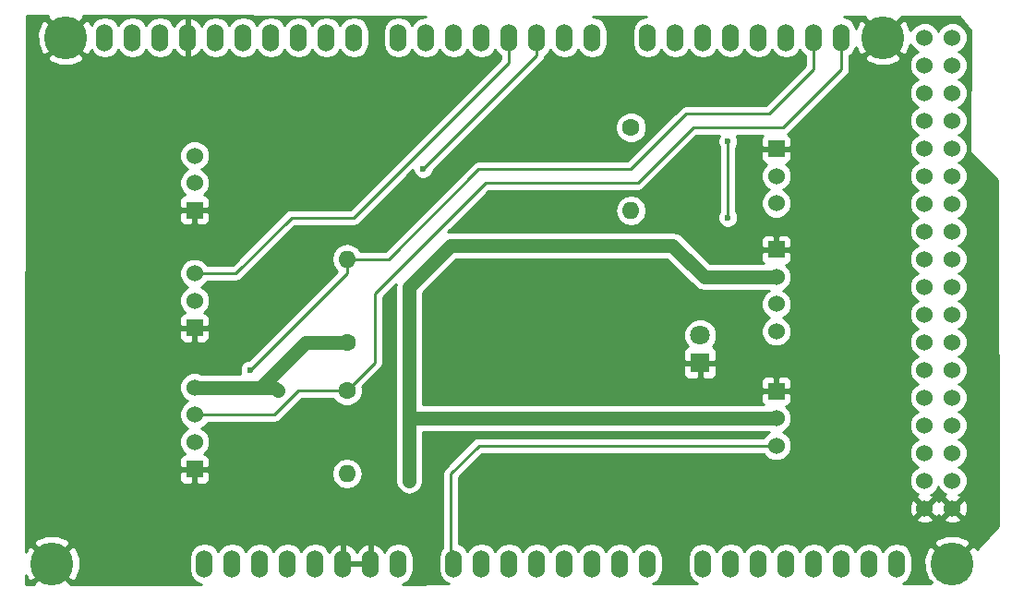
<source format=gbr>
G04 #@! TF.FileFunction,Copper,L2,Bot,Signal*
%FSLAX46Y46*%
G04 Gerber Fmt 4.6, Leading zero omitted, Abs format (unit mm)*
G04 Created by KiCad (PCBNEW 4.0.4-stable) date 2018 February 08, Thursday 23:42:13*
%MOMM*%
%LPD*%
G01*
G04 APERTURE LIST*
%ADD10C,0.100000*%
%ADD11R,1.800000X1.800000*%
%ADD12C,1.800000*%
%ADD13C,1.524000*%
%ADD14R,1.524000X1.524000*%
%ADD15C,1.600000*%
%ADD16O,1.600000X1.600000*%
%ADD17O,1.524000X2.540000*%
%ADD18C,3.937000*%
%ADD19C,0.600000*%
%ADD20C,1.270000*%
%ADD21C,0.250000*%
%ADD22C,0.254000*%
G04 APERTURE END LIST*
D10*
D11*
X213360000Y-71755000D03*
D12*
X213360000Y-69215000D03*
D13*
X167005000Y-66040000D03*
X167005000Y-63540000D03*
D14*
X167005000Y-68540000D03*
D13*
X167005000Y-55245000D03*
X167005000Y-52745000D03*
D14*
X167005000Y-57745000D03*
D13*
X220345000Y-76835000D03*
X220345000Y-79335000D03*
D14*
X220345000Y-74335000D03*
D13*
X220345000Y-54610000D03*
X220345000Y-57110000D03*
D14*
X220345000Y-52110000D03*
D13*
X167005000Y-79010000D03*
D14*
X167005000Y-81510000D03*
D13*
X167005000Y-76510000D03*
X167005000Y-74010000D03*
X220345000Y-63865000D03*
D14*
X220345000Y-61365000D03*
D13*
X220345000Y-66365000D03*
X220345000Y-68865000D03*
D15*
X207010000Y-50165000D03*
D16*
X207010000Y-57785000D03*
D15*
X180975000Y-74295000D03*
D16*
X180975000Y-81915000D03*
D15*
X180975000Y-69850000D03*
D16*
X180975000Y-62230000D03*
D17*
X167894000Y-90170000D03*
X170434000Y-90170000D03*
X158750000Y-41910000D03*
X161290000Y-41910000D03*
X208534000Y-41910000D03*
X211074000Y-41910000D03*
X213614000Y-41910000D03*
X216154000Y-41910000D03*
X218694000Y-41910000D03*
X221234000Y-41910000D03*
X223774000Y-41910000D03*
X226314000Y-41910000D03*
X231394000Y-90170000D03*
X228854000Y-90170000D03*
X226314000Y-90170000D03*
X223774000Y-90170000D03*
X213614000Y-90170000D03*
X208534000Y-90170000D03*
X205994000Y-90170000D03*
X216154000Y-90170000D03*
X218694000Y-90170000D03*
X221234000Y-90170000D03*
X203454000Y-90170000D03*
X200914000Y-90170000D03*
X198374000Y-90170000D03*
X190754000Y-90170000D03*
X193294000Y-90170000D03*
X195834000Y-90170000D03*
X185674000Y-90170000D03*
X183134000Y-90170000D03*
X180594000Y-90170000D03*
X175514000Y-90170000D03*
X172974000Y-90170000D03*
X203454000Y-41910000D03*
X200914000Y-41910000D03*
X198374000Y-41910000D03*
X195834000Y-41910000D03*
X193294000Y-41910000D03*
X190754000Y-41910000D03*
X188214000Y-41910000D03*
X185674000Y-41910000D03*
X181610000Y-41910000D03*
X179070000Y-41910000D03*
X176530000Y-41910000D03*
X173990000Y-41910000D03*
X171450000Y-41910000D03*
X168910000Y-41910000D03*
X166370000Y-41910000D03*
X163830000Y-41910000D03*
X178054000Y-90170000D03*
D18*
X236474000Y-90170000D03*
X230124000Y-41910000D03*
X155194000Y-41910000D03*
X153924000Y-90170000D03*
D13*
X233934000Y-44450000D03*
X236474000Y-44450000D03*
X233934000Y-46990000D03*
X236474000Y-46990000D03*
X233934000Y-49530000D03*
X236474000Y-49530000D03*
X233934000Y-52070000D03*
X236474000Y-52070000D03*
X233934000Y-41910000D03*
X236474000Y-41910000D03*
X236474000Y-54610000D03*
X233934000Y-54610000D03*
X233934000Y-57150000D03*
X236474000Y-57150000D03*
X233934000Y-59690000D03*
X236474000Y-59690000D03*
X233934000Y-62230000D03*
X236474000Y-62230000D03*
X233934000Y-64770000D03*
X236474000Y-64770000D03*
X233934000Y-67310000D03*
X236474000Y-67310000D03*
X233934000Y-69850000D03*
X236474000Y-69850000D03*
X233934000Y-72390000D03*
X236474000Y-72390000D03*
X233934000Y-74930000D03*
X236474000Y-74930000D03*
X233934000Y-77470000D03*
X236474000Y-77470000D03*
X233934000Y-80010000D03*
X236474000Y-80010000D03*
X233934000Y-82550000D03*
X236474000Y-82550000D03*
X233934000Y-85090000D03*
X236474000Y-85090000D03*
D19*
X186690000Y-82550000D03*
X186690000Y-66040000D03*
X187960000Y-53975000D03*
X172085000Y-72390000D03*
X174625000Y-74295000D03*
X215900000Y-58420000D03*
X215900000Y-51435000D03*
D20*
X220345000Y-76835000D02*
X186690000Y-76835000D01*
X220345000Y-63865000D02*
X213725000Y-63865000D01*
X186690000Y-64770000D02*
X186690000Y-66040000D01*
X190500000Y-60960000D02*
X186690000Y-64770000D01*
X210820000Y-60960000D02*
X190500000Y-60960000D01*
X213725000Y-63865000D02*
X210820000Y-60960000D01*
X186690000Y-80010000D02*
X186690000Y-82550000D01*
X186690000Y-66040000D02*
X186690000Y-76835000D01*
X186690000Y-76835000D02*
X186690000Y-80010000D01*
D21*
X195834000Y-41910000D02*
X195834000Y-44196000D01*
X170775000Y-63540000D02*
X167005000Y-63540000D01*
X175895000Y-58420000D02*
X170775000Y-63540000D01*
X181610000Y-58420000D02*
X175895000Y-58420000D01*
X195834000Y-44196000D02*
X181610000Y-58420000D01*
X198374000Y-41910000D02*
X198374000Y-43561000D01*
X198374000Y-43561000D02*
X187960000Y-53975000D01*
X220345000Y-79335000D02*
X193080000Y-79335000D01*
X190500000Y-81915000D02*
X190500000Y-89916000D01*
X193080000Y-79335000D02*
X190500000Y-81915000D01*
X190500000Y-89916000D02*
X190754000Y-90170000D01*
X180975000Y-62230000D02*
X180975000Y-63500000D01*
X180975000Y-63500000D02*
X172085000Y-72390000D01*
X223774000Y-41910000D02*
X223774000Y-44831000D01*
X184785000Y-62230000D02*
X180975000Y-62230000D01*
X193040000Y-53975000D02*
X184785000Y-62230000D01*
X207010000Y-53975000D02*
X193040000Y-53975000D01*
X212090000Y-48895000D02*
X207010000Y-53975000D01*
X219710000Y-48895000D02*
X212090000Y-48895000D01*
X223774000Y-44831000D02*
X219710000Y-48895000D01*
X180975000Y-74295000D02*
X176530000Y-74295000D01*
X174315000Y-76510000D02*
X167005000Y-76510000D01*
X176530000Y-74295000D02*
X174315000Y-76510000D01*
X226314000Y-41910000D02*
X226314000Y-44831000D01*
X183515000Y-71755000D02*
X180975000Y-74295000D01*
X183515000Y-65405000D02*
X183515000Y-71755000D01*
X193675000Y-55245000D02*
X183515000Y-65405000D01*
X207645000Y-55245000D02*
X193675000Y-55245000D01*
X212725000Y-50165000D02*
X207645000Y-55245000D01*
X220980000Y-50165000D02*
X212725000Y-50165000D01*
X226314000Y-44831000D02*
X220980000Y-50165000D01*
D20*
X173355000Y-74010000D02*
X173355000Y-73660000D01*
X177165000Y-69850000D02*
X180975000Y-69850000D01*
X173355000Y-73660000D02*
X177165000Y-69850000D01*
X174340000Y-74010000D02*
X173355000Y-74010000D01*
X173355000Y-74010000D02*
X167005000Y-74010000D01*
X174625000Y-74295000D02*
X174340000Y-74010000D01*
D21*
X215900000Y-58420000D02*
X215900000Y-51435000D01*
D22*
G36*
X153597117Y-39929333D02*
X153521323Y-40057718D01*
X155194000Y-41730395D01*
X156866677Y-40057718D01*
X156793087Y-39933066D01*
X188203533Y-39969761D01*
X187679391Y-40074019D01*
X187226172Y-40376851D01*
X186944000Y-40799150D01*
X186661828Y-40376851D01*
X186208609Y-40074019D01*
X185674000Y-39967679D01*
X185139391Y-40074019D01*
X184686172Y-40376851D01*
X184383340Y-40830070D01*
X184277000Y-41364679D01*
X184277000Y-42455321D01*
X184383340Y-42989930D01*
X184686172Y-43443149D01*
X185139391Y-43745981D01*
X185674000Y-43852321D01*
X186208609Y-43745981D01*
X186661828Y-43443149D01*
X186944000Y-43020850D01*
X187226172Y-43443149D01*
X187679391Y-43745981D01*
X188214000Y-43852321D01*
X188748609Y-43745981D01*
X189201828Y-43443149D01*
X189484000Y-43020850D01*
X189766172Y-43443149D01*
X190219391Y-43745981D01*
X190754000Y-43852321D01*
X191288609Y-43745981D01*
X191741828Y-43443149D01*
X192024000Y-43020850D01*
X192306172Y-43443149D01*
X192759391Y-43745981D01*
X193294000Y-43852321D01*
X193828609Y-43745981D01*
X194281828Y-43443149D01*
X194564000Y-43020850D01*
X194846172Y-43443149D01*
X195074000Y-43595379D01*
X195074000Y-43881198D01*
X181295198Y-57660000D01*
X175895000Y-57660000D01*
X175652414Y-57708254D01*
X175604160Y-57717852D01*
X175357599Y-57882599D01*
X170460198Y-62780000D01*
X168202531Y-62780000D01*
X168190010Y-62749697D01*
X167797370Y-62356371D01*
X167284100Y-62143243D01*
X166728339Y-62142758D01*
X166214697Y-62354990D01*
X165821371Y-62747630D01*
X165608243Y-63260900D01*
X165607758Y-63816661D01*
X165819990Y-64330303D01*
X166212630Y-64723629D01*
X166372228Y-64789900D01*
X166214697Y-64854990D01*
X165821371Y-65247630D01*
X165608243Y-65760900D01*
X165607758Y-66316661D01*
X165819990Y-66830303D01*
X166132142Y-67143000D01*
X166116690Y-67143000D01*
X165883301Y-67239673D01*
X165704673Y-67418302D01*
X165608000Y-67651691D01*
X165608000Y-68254250D01*
X165766750Y-68413000D01*
X166878000Y-68413000D01*
X166878000Y-68393000D01*
X167132000Y-68393000D01*
X167132000Y-68413000D01*
X168243250Y-68413000D01*
X168402000Y-68254250D01*
X168402000Y-67651691D01*
X168305327Y-67418302D01*
X168126699Y-67239673D01*
X167893310Y-67143000D01*
X167877456Y-67143000D01*
X168188629Y-66832370D01*
X168401757Y-66319100D01*
X168402242Y-65763339D01*
X168190010Y-65249697D01*
X167797370Y-64856371D01*
X167637772Y-64790100D01*
X167795303Y-64725010D01*
X168188629Y-64332370D01*
X168202070Y-64300000D01*
X170775000Y-64300000D01*
X171065839Y-64242148D01*
X171312401Y-64077401D01*
X176209802Y-59180000D01*
X181610000Y-59180000D01*
X181900839Y-59122148D01*
X182147401Y-58957401D01*
X187024908Y-54079894D01*
X187024838Y-54160167D01*
X187166883Y-54503943D01*
X187429673Y-54767192D01*
X187773201Y-54909838D01*
X188145167Y-54910162D01*
X188488943Y-54768117D01*
X188752192Y-54505327D01*
X188894838Y-54161799D01*
X188894879Y-54114923D01*
X192560615Y-50449187D01*
X205574752Y-50449187D01*
X205792757Y-50976800D01*
X206196077Y-51380824D01*
X206723309Y-51599750D01*
X207294187Y-51600248D01*
X207821800Y-51382243D01*
X208225824Y-50978923D01*
X208444750Y-50451691D01*
X208445248Y-49880813D01*
X208227243Y-49353200D01*
X207823923Y-48949176D01*
X207296691Y-48730250D01*
X206725813Y-48729752D01*
X206198200Y-48947757D01*
X205794176Y-49351077D01*
X205575250Y-49878309D01*
X205574752Y-50449187D01*
X192560615Y-50449187D01*
X198911401Y-44098401D01*
X199076148Y-43851839D01*
X199126113Y-43600649D01*
X199361828Y-43443149D01*
X199644000Y-43020850D01*
X199926172Y-43443149D01*
X200379391Y-43745981D01*
X200914000Y-43852321D01*
X201448609Y-43745981D01*
X201901828Y-43443149D01*
X202184000Y-43020850D01*
X202466172Y-43443149D01*
X202919391Y-43745981D01*
X203454000Y-43852321D01*
X203988609Y-43745981D01*
X204441828Y-43443149D01*
X204744660Y-42989930D01*
X204851000Y-42455321D01*
X204851000Y-41364679D01*
X204744660Y-40830070D01*
X204441828Y-40376851D01*
X203988609Y-40074019D01*
X203554625Y-39987694D01*
X208404889Y-39993361D01*
X207999391Y-40074019D01*
X207546172Y-40376851D01*
X207243340Y-40830070D01*
X207137000Y-41364679D01*
X207137000Y-42455321D01*
X207243340Y-42989930D01*
X207546172Y-43443149D01*
X207999391Y-43745981D01*
X208534000Y-43852321D01*
X209068609Y-43745981D01*
X209521828Y-43443149D01*
X209804000Y-43020850D01*
X210086172Y-43443149D01*
X210539391Y-43745981D01*
X211074000Y-43852321D01*
X211608609Y-43745981D01*
X212061828Y-43443149D01*
X212344000Y-43020850D01*
X212626172Y-43443149D01*
X213079391Y-43745981D01*
X213614000Y-43852321D01*
X214148609Y-43745981D01*
X214601828Y-43443149D01*
X214884000Y-43020850D01*
X215166172Y-43443149D01*
X215619391Y-43745981D01*
X216154000Y-43852321D01*
X216688609Y-43745981D01*
X217141828Y-43443149D01*
X217424000Y-43020850D01*
X217706172Y-43443149D01*
X218159391Y-43745981D01*
X218694000Y-43852321D01*
X219228609Y-43745981D01*
X219681828Y-43443149D01*
X219964000Y-43020850D01*
X220246172Y-43443149D01*
X220699391Y-43745981D01*
X221234000Y-43852321D01*
X221768609Y-43745981D01*
X222221828Y-43443149D01*
X222504000Y-43020850D01*
X222786172Y-43443149D01*
X223014000Y-43595379D01*
X223014000Y-44516198D01*
X219395198Y-48135000D01*
X212090000Y-48135000D01*
X211799161Y-48192852D01*
X211552599Y-48357599D01*
X206695198Y-53215000D01*
X193040000Y-53215000D01*
X192749161Y-53272852D01*
X192502599Y-53437599D01*
X184470198Y-61470000D01*
X182178667Y-61470000D01*
X181989698Y-61187189D01*
X181524151Y-60876120D01*
X180975000Y-60766887D01*
X180425849Y-60876120D01*
X179960302Y-61187189D01*
X179649233Y-61652736D01*
X179540000Y-62201887D01*
X179540000Y-62258113D01*
X179649233Y-62807264D01*
X179960302Y-63272811D01*
X180060462Y-63339736D01*
X171945320Y-71454878D01*
X171899833Y-71454838D01*
X171556057Y-71596883D01*
X171292808Y-71859673D01*
X171150162Y-72203201D01*
X171149838Y-72575167D01*
X171217945Y-72740000D01*
X167589365Y-72740000D01*
X167284100Y-72613243D01*
X166728339Y-72612758D01*
X166214697Y-72824990D01*
X165821371Y-73217630D01*
X165608243Y-73730900D01*
X165607758Y-74286661D01*
X165819990Y-74800303D01*
X166212630Y-75193629D01*
X166372228Y-75259900D01*
X166214697Y-75324990D01*
X165821371Y-75717630D01*
X165608243Y-76230900D01*
X165607758Y-76786661D01*
X165819990Y-77300303D01*
X166212630Y-77693629D01*
X166372228Y-77759900D01*
X166214697Y-77824990D01*
X165821371Y-78217630D01*
X165608243Y-78730900D01*
X165607758Y-79286661D01*
X165819990Y-79800303D01*
X166132142Y-80113000D01*
X166116690Y-80113000D01*
X165883301Y-80209673D01*
X165704673Y-80388302D01*
X165608000Y-80621691D01*
X165608000Y-81224250D01*
X165766750Y-81383000D01*
X166878000Y-81383000D01*
X166878000Y-81363000D01*
X167132000Y-81363000D01*
X167132000Y-81383000D01*
X168243250Y-81383000D01*
X168402000Y-81224250D01*
X168402000Y-80621691D01*
X168305327Y-80388302D01*
X168126699Y-80209673D01*
X167893310Y-80113000D01*
X167877456Y-80113000D01*
X168188629Y-79802370D01*
X168401757Y-79289100D01*
X168402242Y-78733339D01*
X168190010Y-78219697D01*
X167797370Y-77826371D01*
X167637772Y-77760100D01*
X167795303Y-77695010D01*
X168188629Y-77302370D01*
X168202070Y-77270000D01*
X174315000Y-77270000D01*
X174605839Y-77212148D01*
X174852401Y-77047401D01*
X176844802Y-75055000D01*
X179736354Y-75055000D01*
X179757757Y-75106800D01*
X180161077Y-75510824D01*
X180688309Y-75729750D01*
X181259187Y-75730248D01*
X181786800Y-75512243D01*
X182190824Y-75108923D01*
X182409750Y-74581691D01*
X182410248Y-74010813D01*
X182387951Y-73956851D01*
X184052401Y-72292401D01*
X184217148Y-72045840D01*
X184226746Y-71997586D01*
X184275000Y-71755000D01*
X184275000Y-65719802D01*
X185468468Y-64526334D01*
X185419999Y-64770000D01*
X185420000Y-64770005D01*
X185420000Y-82550000D01*
X185516673Y-83036008D01*
X185791974Y-83448026D01*
X186203992Y-83723327D01*
X186690000Y-83820000D01*
X187176008Y-83723327D01*
X187588026Y-83448026D01*
X187863327Y-83036008D01*
X187960000Y-82550000D01*
X187960000Y-78105000D01*
X219663581Y-78105000D01*
X219554697Y-78149990D01*
X219161371Y-78542630D01*
X219147930Y-78575000D01*
X193080000Y-78575000D01*
X192789161Y-78632852D01*
X192542599Y-78797599D01*
X189962599Y-81377599D01*
X189797852Y-81624161D01*
X189740000Y-81915000D01*
X189740000Y-88676020D01*
X189463340Y-89090070D01*
X189357000Y-89624679D01*
X189357000Y-90715321D01*
X189463340Y-91249930D01*
X189766172Y-91703149D01*
X190219391Y-92005981D01*
X190331093Y-92028200D01*
X186072269Y-92033101D01*
X186208609Y-92005981D01*
X186661828Y-91703149D01*
X186964660Y-91249930D01*
X187071000Y-90715321D01*
X187071000Y-89624679D01*
X186964660Y-89090070D01*
X186661828Y-88636851D01*
X186208609Y-88334019D01*
X185674000Y-88227679D01*
X185139391Y-88334019D01*
X184686172Y-88636851D01*
X184394670Y-89073113D01*
X184376059Y-89010059D01*
X184032026Y-88584370D01*
X183551277Y-88322740D01*
X183477070Y-88307780D01*
X183261000Y-88430280D01*
X183261000Y-90043000D01*
X183281000Y-90043000D01*
X183281000Y-90297000D01*
X183261000Y-90297000D01*
X183261000Y-90317000D01*
X183007000Y-90317000D01*
X183007000Y-90297000D01*
X180721000Y-90297000D01*
X180721000Y-90317000D01*
X180467000Y-90317000D01*
X180467000Y-90297000D01*
X180447000Y-90297000D01*
X180447000Y-90043000D01*
X180467000Y-90043000D01*
X180467000Y-88430280D01*
X180721000Y-88430280D01*
X180721000Y-90043000D01*
X183007000Y-90043000D01*
X183007000Y-88430280D01*
X182790930Y-88307780D01*
X182716723Y-88322740D01*
X182235974Y-88584370D01*
X181891941Y-89010059D01*
X181864000Y-89104723D01*
X181836059Y-89010059D01*
X181492026Y-88584370D01*
X181011277Y-88322740D01*
X180937070Y-88307780D01*
X180721000Y-88430280D01*
X180467000Y-88430280D01*
X180250930Y-88307780D01*
X180176723Y-88322740D01*
X179695974Y-88584370D01*
X179351941Y-89010059D01*
X179333330Y-89073113D01*
X179041828Y-88636851D01*
X178588609Y-88334019D01*
X178054000Y-88227679D01*
X177519391Y-88334019D01*
X177066172Y-88636851D01*
X176784000Y-89059150D01*
X176501828Y-88636851D01*
X176048609Y-88334019D01*
X175514000Y-88227679D01*
X174979391Y-88334019D01*
X174526172Y-88636851D01*
X174244000Y-89059150D01*
X173961828Y-88636851D01*
X173508609Y-88334019D01*
X172974000Y-88227679D01*
X172439391Y-88334019D01*
X171986172Y-88636851D01*
X171704000Y-89059150D01*
X171421828Y-88636851D01*
X170968609Y-88334019D01*
X170434000Y-88227679D01*
X169899391Y-88334019D01*
X169446172Y-88636851D01*
X169164000Y-89059150D01*
X168881828Y-88636851D01*
X168428609Y-88334019D01*
X167894000Y-88227679D01*
X167359391Y-88334019D01*
X166906172Y-88636851D01*
X166603340Y-89090070D01*
X166497000Y-89624679D01*
X166497000Y-90715321D01*
X166603340Y-91249930D01*
X166906172Y-91703149D01*
X167359391Y-92005981D01*
X167602581Y-92054354D01*
X155569568Y-92068201D01*
X155596677Y-92022282D01*
X153924000Y-90349605D01*
X152251323Y-92022282D01*
X152280667Y-92071986D01*
X151527243Y-92072853D01*
X151528904Y-91202377D01*
X151704270Y-91625748D01*
X152071718Y-91842677D01*
X153744395Y-90170000D01*
X154103605Y-90170000D01*
X155776282Y-91842677D01*
X156143730Y-91625748D01*
X156531853Y-90665482D01*
X156522955Y-89629784D01*
X156143730Y-88714252D01*
X155776282Y-88497323D01*
X154103605Y-90170000D01*
X153744395Y-90170000D01*
X152071718Y-88497323D01*
X151704270Y-88714252D01*
X151532843Y-89138384D01*
X151534409Y-88317718D01*
X152251323Y-88317718D01*
X153924000Y-89990395D01*
X155596677Y-88317718D01*
X155379748Y-87950270D01*
X154419482Y-87562147D01*
X153383784Y-87571045D01*
X152468252Y-87950270D01*
X152251323Y-88317718D01*
X151534409Y-88317718D01*
X151546855Y-81795750D01*
X165608000Y-81795750D01*
X165608000Y-82398309D01*
X165704673Y-82631698D01*
X165883301Y-82810327D01*
X166116690Y-82907000D01*
X166719250Y-82907000D01*
X166878000Y-82748250D01*
X166878000Y-81637000D01*
X167132000Y-81637000D01*
X167132000Y-82748250D01*
X167290750Y-82907000D01*
X167893310Y-82907000D01*
X168126699Y-82810327D01*
X168305327Y-82631698D01*
X168402000Y-82398309D01*
X168402000Y-81886887D01*
X179540000Y-81886887D01*
X179540000Y-81943113D01*
X179649233Y-82492264D01*
X179960302Y-82957811D01*
X180425849Y-83268880D01*
X180975000Y-83378113D01*
X181524151Y-83268880D01*
X181989698Y-82957811D01*
X182300767Y-82492264D01*
X182410000Y-81943113D01*
X182410000Y-81886887D01*
X182300767Y-81337736D01*
X181989698Y-80872189D01*
X181524151Y-80561120D01*
X180975000Y-80451887D01*
X180425849Y-80561120D01*
X179960302Y-80872189D01*
X179649233Y-81337736D01*
X179540000Y-81886887D01*
X168402000Y-81886887D01*
X168402000Y-81795750D01*
X168243250Y-81637000D01*
X167132000Y-81637000D01*
X166878000Y-81637000D01*
X165766750Y-81637000D01*
X165608000Y-81795750D01*
X151546855Y-81795750D01*
X151571606Y-68825750D01*
X165608000Y-68825750D01*
X165608000Y-69428309D01*
X165704673Y-69661698D01*
X165883301Y-69840327D01*
X166116690Y-69937000D01*
X166719250Y-69937000D01*
X166878000Y-69778250D01*
X166878000Y-68667000D01*
X167132000Y-68667000D01*
X167132000Y-69778250D01*
X167290750Y-69937000D01*
X167893310Y-69937000D01*
X168126699Y-69840327D01*
X168305327Y-69661698D01*
X168402000Y-69428309D01*
X168402000Y-68825750D01*
X168243250Y-68667000D01*
X167132000Y-68667000D01*
X166878000Y-68667000D01*
X165766750Y-68667000D01*
X165608000Y-68825750D01*
X151571606Y-68825750D01*
X151592207Y-58030750D01*
X165608000Y-58030750D01*
X165608000Y-58633309D01*
X165704673Y-58866698D01*
X165883301Y-59045327D01*
X166116690Y-59142000D01*
X166719250Y-59142000D01*
X166878000Y-58983250D01*
X166878000Y-57872000D01*
X167132000Y-57872000D01*
X167132000Y-58983250D01*
X167290750Y-59142000D01*
X167893310Y-59142000D01*
X168126699Y-59045327D01*
X168305327Y-58866698D01*
X168402000Y-58633309D01*
X168402000Y-58030750D01*
X168243250Y-57872000D01*
X167132000Y-57872000D01*
X166878000Y-57872000D01*
X165766750Y-57872000D01*
X165608000Y-58030750D01*
X151592207Y-58030750D01*
X151601767Y-53021661D01*
X165607758Y-53021661D01*
X165819990Y-53535303D01*
X166212630Y-53928629D01*
X166372228Y-53994900D01*
X166214697Y-54059990D01*
X165821371Y-54452630D01*
X165608243Y-54965900D01*
X165607758Y-55521661D01*
X165819990Y-56035303D01*
X166132142Y-56348000D01*
X166116690Y-56348000D01*
X165883301Y-56444673D01*
X165704673Y-56623302D01*
X165608000Y-56856691D01*
X165608000Y-57459250D01*
X165766750Y-57618000D01*
X166878000Y-57618000D01*
X166878000Y-57598000D01*
X167132000Y-57598000D01*
X167132000Y-57618000D01*
X168243250Y-57618000D01*
X168402000Y-57459250D01*
X168402000Y-56856691D01*
X168305327Y-56623302D01*
X168126699Y-56444673D01*
X167893310Y-56348000D01*
X167877456Y-56348000D01*
X168188629Y-56037370D01*
X168401757Y-55524100D01*
X168402242Y-54968339D01*
X168190010Y-54454697D01*
X167797370Y-54061371D01*
X167637772Y-53995100D01*
X167795303Y-53930010D01*
X168188629Y-53537370D01*
X168401757Y-53024100D01*
X168402242Y-52468339D01*
X168190010Y-51954697D01*
X167797370Y-51561371D01*
X167284100Y-51348243D01*
X166728339Y-51347758D01*
X166214697Y-51559990D01*
X165821371Y-51952630D01*
X165608243Y-52465900D01*
X165607758Y-53021661D01*
X151601767Y-53021661D01*
X151619438Y-43762282D01*
X153521323Y-43762282D01*
X153738252Y-44129730D01*
X154698518Y-44517853D01*
X155734216Y-44508955D01*
X156649748Y-44129730D01*
X156866677Y-43762282D01*
X155194000Y-42089605D01*
X153521323Y-43762282D01*
X151619438Y-43762282D01*
X151623919Y-41414518D01*
X152586147Y-41414518D01*
X152595045Y-42450216D01*
X152974270Y-43365748D01*
X153341718Y-43582677D01*
X155014395Y-41910000D01*
X155373605Y-41910000D01*
X157046282Y-43582677D01*
X157413730Y-43365748D01*
X157525568Y-43089047D01*
X157762172Y-43443149D01*
X158215391Y-43745981D01*
X158750000Y-43852321D01*
X159284609Y-43745981D01*
X159737828Y-43443149D01*
X160020000Y-43020850D01*
X160302172Y-43443149D01*
X160755391Y-43745981D01*
X161290000Y-43852321D01*
X161824609Y-43745981D01*
X162277828Y-43443149D01*
X162560000Y-43020850D01*
X162842172Y-43443149D01*
X163295391Y-43745981D01*
X163830000Y-43852321D01*
X164364609Y-43745981D01*
X164817828Y-43443149D01*
X165109330Y-43006887D01*
X165127941Y-43069941D01*
X165471974Y-43495630D01*
X165952723Y-43757260D01*
X166026930Y-43772220D01*
X166243000Y-43649720D01*
X166243000Y-42037000D01*
X166223000Y-42037000D01*
X166223000Y-41783000D01*
X166243000Y-41783000D01*
X166243000Y-40170280D01*
X166497000Y-40170280D01*
X166497000Y-41783000D01*
X166517000Y-41783000D01*
X166517000Y-42037000D01*
X166497000Y-42037000D01*
X166497000Y-43649720D01*
X166713070Y-43772220D01*
X166787277Y-43757260D01*
X167268026Y-43495630D01*
X167612059Y-43069941D01*
X167630670Y-43006887D01*
X167922172Y-43443149D01*
X168375391Y-43745981D01*
X168910000Y-43852321D01*
X169444609Y-43745981D01*
X169897828Y-43443149D01*
X170180000Y-43020850D01*
X170462172Y-43443149D01*
X170915391Y-43745981D01*
X171450000Y-43852321D01*
X171984609Y-43745981D01*
X172437828Y-43443149D01*
X172720000Y-43020850D01*
X173002172Y-43443149D01*
X173455391Y-43745981D01*
X173990000Y-43852321D01*
X174524609Y-43745981D01*
X174977828Y-43443149D01*
X175260000Y-43020850D01*
X175542172Y-43443149D01*
X175995391Y-43745981D01*
X176530000Y-43852321D01*
X177064609Y-43745981D01*
X177517828Y-43443149D01*
X177800000Y-43020850D01*
X178082172Y-43443149D01*
X178535391Y-43745981D01*
X179070000Y-43852321D01*
X179604609Y-43745981D01*
X180057828Y-43443149D01*
X180340000Y-43020850D01*
X180622172Y-43443149D01*
X181075391Y-43745981D01*
X181610000Y-43852321D01*
X182144609Y-43745981D01*
X182597828Y-43443149D01*
X182900660Y-42989930D01*
X183007000Y-42455321D01*
X183007000Y-41364679D01*
X182900660Y-40830070D01*
X182597828Y-40376851D01*
X182144609Y-40074019D01*
X181610000Y-39967679D01*
X181075391Y-40074019D01*
X180622172Y-40376851D01*
X180340000Y-40799150D01*
X180057828Y-40376851D01*
X179604609Y-40074019D01*
X179070000Y-39967679D01*
X178535391Y-40074019D01*
X178082172Y-40376851D01*
X177800000Y-40799150D01*
X177517828Y-40376851D01*
X177064609Y-40074019D01*
X176530000Y-39967679D01*
X175995391Y-40074019D01*
X175542172Y-40376851D01*
X175260000Y-40799150D01*
X174977828Y-40376851D01*
X174524609Y-40074019D01*
X173990000Y-39967679D01*
X173455391Y-40074019D01*
X173002172Y-40376851D01*
X172720000Y-40799150D01*
X172437828Y-40376851D01*
X171984609Y-40074019D01*
X171450000Y-39967679D01*
X170915391Y-40074019D01*
X170462172Y-40376851D01*
X170180000Y-40799150D01*
X169897828Y-40376851D01*
X169444609Y-40074019D01*
X168910000Y-39967679D01*
X168375391Y-40074019D01*
X167922172Y-40376851D01*
X167630670Y-40813113D01*
X167612059Y-40750059D01*
X167268026Y-40324370D01*
X166787277Y-40062740D01*
X166713070Y-40047780D01*
X166497000Y-40170280D01*
X166243000Y-40170280D01*
X166026930Y-40047780D01*
X165952723Y-40062740D01*
X165471974Y-40324370D01*
X165127941Y-40750059D01*
X165109330Y-40813113D01*
X164817828Y-40376851D01*
X164364609Y-40074019D01*
X163830000Y-39967679D01*
X163295391Y-40074019D01*
X162842172Y-40376851D01*
X162560000Y-40799150D01*
X162277828Y-40376851D01*
X161824609Y-40074019D01*
X161290000Y-39967679D01*
X160755391Y-40074019D01*
X160302172Y-40376851D01*
X160020000Y-40799150D01*
X159737828Y-40376851D01*
X159284609Y-40074019D01*
X158750000Y-39967679D01*
X158215391Y-40074019D01*
X157762172Y-40376851D01*
X157527281Y-40728389D01*
X157413730Y-40454252D01*
X157046282Y-40237323D01*
X155373605Y-41910000D01*
X155014395Y-41910000D01*
X153341718Y-40237323D01*
X152974270Y-40454252D01*
X152586147Y-41414518D01*
X151623919Y-41414518D01*
X151626758Y-39927031D01*
X153597117Y-39929333D01*
X153597117Y-39929333D01*
G37*
X153597117Y-39929333D02*
X153521323Y-40057718D01*
X155194000Y-41730395D01*
X156866677Y-40057718D01*
X156793087Y-39933066D01*
X188203533Y-39969761D01*
X187679391Y-40074019D01*
X187226172Y-40376851D01*
X186944000Y-40799150D01*
X186661828Y-40376851D01*
X186208609Y-40074019D01*
X185674000Y-39967679D01*
X185139391Y-40074019D01*
X184686172Y-40376851D01*
X184383340Y-40830070D01*
X184277000Y-41364679D01*
X184277000Y-42455321D01*
X184383340Y-42989930D01*
X184686172Y-43443149D01*
X185139391Y-43745981D01*
X185674000Y-43852321D01*
X186208609Y-43745981D01*
X186661828Y-43443149D01*
X186944000Y-43020850D01*
X187226172Y-43443149D01*
X187679391Y-43745981D01*
X188214000Y-43852321D01*
X188748609Y-43745981D01*
X189201828Y-43443149D01*
X189484000Y-43020850D01*
X189766172Y-43443149D01*
X190219391Y-43745981D01*
X190754000Y-43852321D01*
X191288609Y-43745981D01*
X191741828Y-43443149D01*
X192024000Y-43020850D01*
X192306172Y-43443149D01*
X192759391Y-43745981D01*
X193294000Y-43852321D01*
X193828609Y-43745981D01*
X194281828Y-43443149D01*
X194564000Y-43020850D01*
X194846172Y-43443149D01*
X195074000Y-43595379D01*
X195074000Y-43881198D01*
X181295198Y-57660000D01*
X175895000Y-57660000D01*
X175652414Y-57708254D01*
X175604160Y-57717852D01*
X175357599Y-57882599D01*
X170460198Y-62780000D01*
X168202531Y-62780000D01*
X168190010Y-62749697D01*
X167797370Y-62356371D01*
X167284100Y-62143243D01*
X166728339Y-62142758D01*
X166214697Y-62354990D01*
X165821371Y-62747630D01*
X165608243Y-63260900D01*
X165607758Y-63816661D01*
X165819990Y-64330303D01*
X166212630Y-64723629D01*
X166372228Y-64789900D01*
X166214697Y-64854990D01*
X165821371Y-65247630D01*
X165608243Y-65760900D01*
X165607758Y-66316661D01*
X165819990Y-66830303D01*
X166132142Y-67143000D01*
X166116690Y-67143000D01*
X165883301Y-67239673D01*
X165704673Y-67418302D01*
X165608000Y-67651691D01*
X165608000Y-68254250D01*
X165766750Y-68413000D01*
X166878000Y-68413000D01*
X166878000Y-68393000D01*
X167132000Y-68393000D01*
X167132000Y-68413000D01*
X168243250Y-68413000D01*
X168402000Y-68254250D01*
X168402000Y-67651691D01*
X168305327Y-67418302D01*
X168126699Y-67239673D01*
X167893310Y-67143000D01*
X167877456Y-67143000D01*
X168188629Y-66832370D01*
X168401757Y-66319100D01*
X168402242Y-65763339D01*
X168190010Y-65249697D01*
X167797370Y-64856371D01*
X167637772Y-64790100D01*
X167795303Y-64725010D01*
X168188629Y-64332370D01*
X168202070Y-64300000D01*
X170775000Y-64300000D01*
X171065839Y-64242148D01*
X171312401Y-64077401D01*
X176209802Y-59180000D01*
X181610000Y-59180000D01*
X181900839Y-59122148D01*
X182147401Y-58957401D01*
X187024908Y-54079894D01*
X187024838Y-54160167D01*
X187166883Y-54503943D01*
X187429673Y-54767192D01*
X187773201Y-54909838D01*
X188145167Y-54910162D01*
X188488943Y-54768117D01*
X188752192Y-54505327D01*
X188894838Y-54161799D01*
X188894879Y-54114923D01*
X192560615Y-50449187D01*
X205574752Y-50449187D01*
X205792757Y-50976800D01*
X206196077Y-51380824D01*
X206723309Y-51599750D01*
X207294187Y-51600248D01*
X207821800Y-51382243D01*
X208225824Y-50978923D01*
X208444750Y-50451691D01*
X208445248Y-49880813D01*
X208227243Y-49353200D01*
X207823923Y-48949176D01*
X207296691Y-48730250D01*
X206725813Y-48729752D01*
X206198200Y-48947757D01*
X205794176Y-49351077D01*
X205575250Y-49878309D01*
X205574752Y-50449187D01*
X192560615Y-50449187D01*
X198911401Y-44098401D01*
X199076148Y-43851839D01*
X199126113Y-43600649D01*
X199361828Y-43443149D01*
X199644000Y-43020850D01*
X199926172Y-43443149D01*
X200379391Y-43745981D01*
X200914000Y-43852321D01*
X201448609Y-43745981D01*
X201901828Y-43443149D01*
X202184000Y-43020850D01*
X202466172Y-43443149D01*
X202919391Y-43745981D01*
X203454000Y-43852321D01*
X203988609Y-43745981D01*
X204441828Y-43443149D01*
X204744660Y-42989930D01*
X204851000Y-42455321D01*
X204851000Y-41364679D01*
X204744660Y-40830070D01*
X204441828Y-40376851D01*
X203988609Y-40074019D01*
X203554625Y-39987694D01*
X208404889Y-39993361D01*
X207999391Y-40074019D01*
X207546172Y-40376851D01*
X207243340Y-40830070D01*
X207137000Y-41364679D01*
X207137000Y-42455321D01*
X207243340Y-42989930D01*
X207546172Y-43443149D01*
X207999391Y-43745981D01*
X208534000Y-43852321D01*
X209068609Y-43745981D01*
X209521828Y-43443149D01*
X209804000Y-43020850D01*
X210086172Y-43443149D01*
X210539391Y-43745981D01*
X211074000Y-43852321D01*
X211608609Y-43745981D01*
X212061828Y-43443149D01*
X212344000Y-43020850D01*
X212626172Y-43443149D01*
X213079391Y-43745981D01*
X213614000Y-43852321D01*
X214148609Y-43745981D01*
X214601828Y-43443149D01*
X214884000Y-43020850D01*
X215166172Y-43443149D01*
X215619391Y-43745981D01*
X216154000Y-43852321D01*
X216688609Y-43745981D01*
X217141828Y-43443149D01*
X217424000Y-43020850D01*
X217706172Y-43443149D01*
X218159391Y-43745981D01*
X218694000Y-43852321D01*
X219228609Y-43745981D01*
X219681828Y-43443149D01*
X219964000Y-43020850D01*
X220246172Y-43443149D01*
X220699391Y-43745981D01*
X221234000Y-43852321D01*
X221768609Y-43745981D01*
X222221828Y-43443149D01*
X222504000Y-43020850D01*
X222786172Y-43443149D01*
X223014000Y-43595379D01*
X223014000Y-44516198D01*
X219395198Y-48135000D01*
X212090000Y-48135000D01*
X211799161Y-48192852D01*
X211552599Y-48357599D01*
X206695198Y-53215000D01*
X193040000Y-53215000D01*
X192749161Y-53272852D01*
X192502599Y-53437599D01*
X184470198Y-61470000D01*
X182178667Y-61470000D01*
X181989698Y-61187189D01*
X181524151Y-60876120D01*
X180975000Y-60766887D01*
X180425849Y-60876120D01*
X179960302Y-61187189D01*
X179649233Y-61652736D01*
X179540000Y-62201887D01*
X179540000Y-62258113D01*
X179649233Y-62807264D01*
X179960302Y-63272811D01*
X180060462Y-63339736D01*
X171945320Y-71454878D01*
X171899833Y-71454838D01*
X171556057Y-71596883D01*
X171292808Y-71859673D01*
X171150162Y-72203201D01*
X171149838Y-72575167D01*
X171217945Y-72740000D01*
X167589365Y-72740000D01*
X167284100Y-72613243D01*
X166728339Y-72612758D01*
X166214697Y-72824990D01*
X165821371Y-73217630D01*
X165608243Y-73730900D01*
X165607758Y-74286661D01*
X165819990Y-74800303D01*
X166212630Y-75193629D01*
X166372228Y-75259900D01*
X166214697Y-75324990D01*
X165821371Y-75717630D01*
X165608243Y-76230900D01*
X165607758Y-76786661D01*
X165819990Y-77300303D01*
X166212630Y-77693629D01*
X166372228Y-77759900D01*
X166214697Y-77824990D01*
X165821371Y-78217630D01*
X165608243Y-78730900D01*
X165607758Y-79286661D01*
X165819990Y-79800303D01*
X166132142Y-80113000D01*
X166116690Y-80113000D01*
X165883301Y-80209673D01*
X165704673Y-80388302D01*
X165608000Y-80621691D01*
X165608000Y-81224250D01*
X165766750Y-81383000D01*
X166878000Y-81383000D01*
X166878000Y-81363000D01*
X167132000Y-81363000D01*
X167132000Y-81383000D01*
X168243250Y-81383000D01*
X168402000Y-81224250D01*
X168402000Y-80621691D01*
X168305327Y-80388302D01*
X168126699Y-80209673D01*
X167893310Y-80113000D01*
X167877456Y-80113000D01*
X168188629Y-79802370D01*
X168401757Y-79289100D01*
X168402242Y-78733339D01*
X168190010Y-78219697D01*
X167797370Y-77826371D01*
X167637772Y-77760100D01*
X167795303Y-77695010D01*
X168188629Y-77302370D01*
X168202070Y-77270000D01*
X174315000Y-77270000D01*
X174605839Y-77212148D01*
X174852401Y-77047401D01*
X176844802Y-75055000D01*
X179736354Y-75055000D01*
X179757757Y-75106800D01*
X180161077Y-75510824D01*
X180688309Y-75729750D01*
X181259187Y-75730248D01*
X181786800Y-75512243D01*
X182190824Y-75108923D01*
X182409750Y-74581691D01*
X182410248Y-74010813D01*
X182387951Y-73956851D01*
X184052401Y-72292401D01*
X184217148Y-72045840D01*
X184226746Y-71997586D01*
X184275000Y-71755000D01*
X184275000Y-65719802D01*
X185468468Y-64526334D01*
X185419999Y-64770000D01*
X185420000Y-64770005D01*
X185420000Y-82550000D01*
X185516673Y-83036008D01*
X185791974Y-83448026D01*
X186203992Y-83723327D01*
X186690000Y-83820000D01*
X187176008Y-83723327D01*
X187588026Y-83448026D01*
X187863327Y-83036008D01*
X187960000Y-82550000D01*
X187960000Y-78105000D01*
X219663581Y-78105000D01*
X219554697Y-78149990D01*
X219161371Y-78542630D01*
X219147930Y-78575000D01*
X193080000Y-78575000D01*
X192789161Y-78632852D01*
X192542599Y-78797599D01*
X189962599Y-81377599D01*
X189797852Y-81624161D01*
X189740000Y-81915000D01*
X189740000Y-88676020D01*
X189463340Y-89090070D01*
X189357000Y-89624679D01*
X189357000Y-90715321D01*
X189463340Y-91249930D01*
X189766172Y-91703149D01*
X190219391Y-92005981D01*
X190331093Y-92028200D01*
X186072269Y-92033101D01*
X186208609Y-92005981D01*
X186661828Y-91703149D01*
X186964660Y-91249930D01*
X187071000Y-90715321D01*
X187071000Y-89624679D01*
X186964660Y-89090070D01*
X186661828Y-88636851D01*
X186208609Y-88334019D01*
X185674000Y-88227679D01*
X185139391Y-88334019D01*
X184686172Y-88636851D01*
X184394670Y-89073113D01*
X184376059Y-89010059D01*
X184032026Y-88584370D01*
X183551277Y-88322740D01*
X183477070Y-88307780D01*
X183261000Y-88430280D01*
X183261000Y-90043000D01*
X183281000Y-90043000D01*
X183281000Y-90297000D01*
X183261000Y-90297000D01*
X183261000Y-90317000D01*
X183007000Y-90317000D01*
X183007000Y-90297000D01*
X180721000Y-90297000D01*
X180721000Y-90317000D01*
X180467000Y-90317000D01*
X180467000Y-90297000D01*
X180447000Y-90297000D01*
X180447000Y-90043000D01*
X180467000Y-90043000D01*
X180467000Y-88430280D01*
X180721000Y-88430280D01*
X180721000Y-90043000D01*
X183007000Y-90043000D01*
X183007000Y-88430280D01*
X182790930Y-88307780D01*
X182716723Y-88322740D01*
X182235974Y-88584370D01*
X181891941Y-89010059D01*
X181864000Y-89104723D01*
X181836059Y-89010059D01*
X181492026Y-88584370D01*
X181011277Y-88322740D01*
X180937070Y-88307780D01*
X180721000Y-88430280D01*
X180467000Y-88430280D01*
X180250930Y-88307780D01*
X180176723Y-88322740D01*
X179695974Y-88584370D01*
X179351941Y-89010059D01*
X179333330Y-89073113D01*
X179041828Y-88636851D01*
X178588609Y-88334019D01*
X178054000Y-88227679D01*
X177519391Y-88334019D01*
X177066172Y-88636851D01*
X176784000Y-89059150D01*
X176501828Y-88636851D01*
X176048609Y-88334019D01*
X175514000Y-88227679D01*
X174979391Y-88334019D01*
X174526172Y-88636851D01*
X174244000Y-89059150D01*
X173961828Y-88636851D01*
X173508609Y-88334019D01*
X172974000Y-88227679D01*
X172439391Y-88334019D01*
X171986172Y-88636851D01*
X171704000Y-89059150D01*
X171421828Y-88636851D01*
X170968609Y-88334019D01*
X170434000Y-88227679D01*
X169899391Y-88334019D01*
X169446172Y-88636851D01*
X169164000Y-89059150D01*
X168881828Y-88636851D01*
X168428609Y-88334019D01*
X167894000Y-88227679D01*
X167359391Y-88334019D01*
X166906172Y-88636851D01*
X166603340Y-89090070D01*
X166497000Y-89624679D01*
X166497000Y-90715321D01*
X166603340Y-91249930D01*
X166906172Y-91703149D01*
X167359391Y-92005981D01*
X167602581Y-92054354D01*
X155569568Y-92068201D01*
X155596677Y-92022282D01*
X153924000Y-90349605D01*
X152251323Y-92022282D01*
X152280667Y-92071986D01*
X151527243Y-92072853D01*
X151528904Y-91202377D01*
X151704270Y-91625748D01*
X152071718Y-91842677D01*
X153744395Y-90170000D01*
X154103605Y-90170000D01*
X155776282Y-91842677D01*
X156143730Y-91625748D01*
X156531853Y-90665482D01*
X156522955Y-89629784D01*
X156143730Y-88714252D01*
X155776282Y-88497323D01*
X154103605Y-90170000D01*
X153744395Y-90170000D01*
X152071718Y-88497323D01*
X151704270Y-88714252D01*
X151532843Y-89138384D01*
X151534409Y-88317718D01*
X152251323Y-88317718D01*
X153924000Y-89990395D01*
X155596677Y-88317718D01*
X155379748Y-87950270D01*
X154419482Y-87562147D01*
X153383784Y-87571045D01*
X152468252Y-87950270D01*
X152251323Y-88317718D01*
X151534409Y-88317718D01*
X151546855Y-81795750D01*
X165608000Y-81795750D01*
X165608000Y-82398309D01*
X165704673Y-82631698D01*
X165883301Y-82810327D01*
X166116690Y-82907000D01*
X166719250Y-82907000D01*
X166878000Y-82748250D01*
X166878000Y-81637000D01*
X167132000Y-81637000D01*
X167132000Y-82748250D01*
X167290750Y-82907000D01*
X167893310Y-82907000D01*
X168126699Y-82810327D01*
X168305327Y-82631698D01*
X168402000Y-82398309D01*
X168402000Y-81886887D01*
X179540000Y-81886887D01*
X179540000Y-81943113D01*
X179649233Y-82492264D01*
X179960302Y-82957811D01*
X180425849Y-83268880D01*
X180975000Y-83378113D01*
X181524151Y-83268880D01*
X181989698Y-82957811D01*
X182300767Y-82492264D01*
X182410000Y-81943113D01*
X182410000Y-81886887D01*
X182300767Y-81337736D01*
X181989698Y-80872189D01*
X181524151Y-80561120D01*
X180975000Y-80451887D01*
X180425849Y-80561120D01*
X179960302Y-80872189D01*
X179649233Y-81337736D01*
X179540000Y-81886887D01*
X168402000Y-81886887D01*
X168402000Y-81795750D01*
X168243250Y-81637000D01*
X167132000Y-81637000D01*
X166878000Y-81637000D01*
X165766750Y-81637000D01*
X165608000Y-81795750D01*
X151546855Y-81795750D01*
X151571606Y-68825750D01*
X165608000Y-68825750D01*
X165608000Y-69428309D01*
X165704673Y-69661698D01*
X165883301Y-69840327D01*
X166116690Y-69937000D01*
X166719250Y-69937000D01*
X166878000Y-69778250D01*
X166878000Y-68667000D01*
X167132000Y-68667000D01*
X167132000Y-69778250D01*
X167290750Y-69937000D01*
X167893310Y-69937000D01*
X168126699Y-69840327D01*
X168305327Y-69661698D01*
X168402000Y-69428309D01*
X168402000Y-68825750D01*
X168243250Y-68667000D01*
X167132000Y-68667000D01*
X166878000Y-68667000D01*
X165766750Y-68667000D01*
X165608000Y-68825750D01*
X151571606Y-68825750D01*
X151592207Y-58030750D01*
X165608000Y-58030750D01*
X165608000Y-58633309D01*
X165704673Y-58866698D01*
X165883301Y-59045327D01*
X166116690Y-59142000D01*
X166719250Y-59142000D01*
X166878000Y-58983250D01*
X166878000Y-57872000D01*
X167132000Y-57872000D01*
X167132000Y-58983250D01*
X167290750Y-59142000D01*
X167893310Y-59142000D01*
X168126699Y-59045327D01*
X168305327Y-58866698D01*
X168402000Y-58633309D01*
X168402000Y-58030750D01*
X168243250Y-57872000D01*
X167132000Y-57872000D01*
X166878000Y-57872000D01*
X165766750Y-57872000D01*
X165608000Y-58030750D01*
X151592207Y-58030750D01*
X151601767Y-53021661D01*
X165607758Y-53021661D01*
X165819990Y-53535303D01*
X166212630Y-53928629D01*
X166372228Y-53994900D01*
X166214697Y-54059990D01*
X165821371Y-54452630D01*
X165608243Y-54965900D01*
X165607758Y-55521661D01*
X165819990Y-56035303D01*
X166132142Y-56348000D01*
X166116690Y-56348000D01*
X165883301Y-56444673D01*
X165704673Y-56623302D01*
X165608000Y-56856691D01*
X165608000Y-57459250D01*
X165766750Y-57618000D01*
X166878000Y-57618000D01*
X166878000Y-57598000D01*
X167132000Y-57598000D01*
X167132000Y-57618000D01*
X168243250Y-57618000D01*
X168402000Y-57459250D01*
X168402000Y-56856691D01*
X168305327Y-56623302D01*
X168126699Y-56444673D01*
X167893310Y-56348000D01*
X167877456Y-56348000D01*
X168188629Y-56037370D01*
X168401757Y-55524100D01*
X168402242Y-54968339D01*
X168190010Y-54454697D01*
X167797370Y-54061371D01*
X167637772Y-53995100D01*
X167795303Y-53930010D01*
X168188629Y-53537370D01*
X168401757Y-53024100D01*
X168402242Y-52468339D01*
X168190010Y-51954697D01*
X167797370Y-51561371D01*
X167284100Y-51348243D01*
X166728339Y-51347758D01*
X166214697Y-51559990D01*
X165821371Y-51952630D01*
X165608243Y-52465900D01*
X165607758Y-53021661D01*
X151601767Y-53021661D01*
X151619438Y-43762282D01*
X153521323Y-43762282D01*
X153738252Y-44129730D01*
X154698518Y-44517853D01*
X155734216Y-44508955D01*
X156649748Y-44129730D01*
X156866677Y-43762282D01*
X155194000Y-42089605D01*
X153521323Y-43762282D01*
X151619438Y-43762282D01*
X151623919Y-41414518D01*
X152586147Y-41414518D01*
X152595045Y-42450216D01*
X152974270Y-43365748D01*
X153341718Y-43582677D01*
X155014395Y-41910000D01*
X155373605Y-41910000D01*
X157046282Y-43582677D01*
X157413730Y-43365748D01*
X157525568Y-43089047D01*
X157762172Y-43443149D01*
X158215391Y-43745981D01*
X158750000Y-43852321D01*
X159284609Y-43745981D01*
X159737828Y-43443149D01*
X160020000Y-43020850D01*
X160302172Y-43443149D01*
X160755391Y-43745981D01*
X161290000Y-43852321D01*
X161824609Y-43745981D01*
X162277828Y-43443149D01*
X162560000Y-43020850D01*
X162842172Y-43443149D01*
X163295391Y-43745981D01*
X163830000Y-43852321D01*
X164364609Y-43745981D01*
X164817828Y-43443149D01*
X165109330Y-43006887D01*
X165127941Y-43069941D01*
X165471974Y-43495630D01*
X165952723Y-43757260D01*
X166026930Y-43772220D01*
X166243000Y-43649720D01*
X166243000Y-42037000D01*
X166223000Y-42037000D01*
X166223000Y-41783000D01*
X166243000Y-41783000D01*
X166243000Y-40170280D01*
X166497000Y-40170280D01*
X166497000Y-41783000D01*
X166517000Y-41783000D01*
X166517000Y-42037000D01*
X166497000Y-42037000D01*
X166497000Y-43649720D01*
X166713070Y-43772220D01*
X166787277Y-43757260D01*
X167268026Y-43495630D01*
X167612059Y-43069941D01*
X167630670Y-43006887D01*
X167922172Y-43443149D01*
X168375391Y-43745981D01*
X168910000Y-43852321D01*
X169444609Y-43745981D01*
X169897828Y-43443149D01*
X170180000Y-43020850D01*
X170462172Y-43443149D01*
X170915391Y-43745981D01*
X171450000Y-43852321D01*
X171984609Y-43745981D01*
X172437828Y-43443149D01*
X172720000Y-43020850D01*
X173002172Y-43443149D01*
X173455391Y-43745981D01*
X173990000Y-43852321D01*
X174524609Y-43745981D01*
X174977828Y-43443149D01*
X175260000Y-43020850D01*
X175542172Y-43443149D01*
X175995391Y-43745981D01*
X176530000Y-43852321D01*
X177064609Y-43745981D01*
X177517828Y-43443149D01*
X177800000Y-43020850D01*
X178082172Y-43443149D01*
X178535391Y-43745981D01*
X179070000Y-43852321D01*
X179604609Y-43745981D01*
X180057828Y-43443149D01*
X180340000Y-43020850D01*
X180622172Y-43443149D01*
X181075391Y-43745981D01*
X181610000Y-43852321D01*
X182144609Y-43745981D01*
X182597828Y-43443149D01*
X182900660Y-42989930D01*
X183007000Y-42455321D01*
X183007000Y-41364679D01*
X182900660Y-40830070D01*
X182597828Y-40376851D01*
X182144609Y-40074019D01*
X181610000Y-39967679D01*
X181075391Y-40074019D01*
X180622172Y-40376851D01*
X180340000Y-40799150D01*
X180057828Y-40376851D01*
X179604609Y-40074019D01*
X179070000Y-39967679D01*
X178535391Y-40074019D01*
X178082172Y-40376851D01*
X177800000Y-40799150D01*
X177517828Y-40376851D01*
X177064609Y-40074019D01*
X176530000Y-39967679D01*
X175995391Y-40074019D01*
X175542172Y-40376851D01*
X175260000Y-40799150D01*
X174977828Y-40376851D01*
X174524609Y-40074019D01*
X173990000Y-39967679D01*
X173455391Y-40074019D01*
X173002172Y-40376851D01*
X172720000Y-40799150D01*
X172437828Y-40376851D01*
X171984609Y-40074019D01*
X171450000Y-39967679D01*
X170915391Y-40074019D01*
X170462172Y-40376851D01*
X170180000Y-40799150D01*
X169897828Y-40376851D01*
X169444609Y-40074019D01*
X168910000Y-39967679D01*
X168375391Y-40074019D01*
X167922172Y-40376851D01*
X167630670Y-40813113D01*
X167612059Y-40750059D01*
X167268026Y-40324370D01*
X166787277Y-40062740D01*
X166713070Y-40047780D01*
X166497000Y-40170280D01*
X166243000Y-40170280D01*
X166026930Y-40047780D01*
X165952723Y-40062740D01*
X165471974Y-40324370D01*
X165127941Y-40750059D01*
X165109330Y-40813113D01*
X164817828Y-40376851D01*
X164364609Y-40074019D01*
X163830000Y-39967679D01*
X163295391Y-40074019D01*
X162842172Y-40376851D01*
X162560000Y-40799150D01*
X162277828Y-40376851D01*
X161824609Y-40074019D01*
X161290000Y-39967679D01*
X160755391Y-40074019D01*
X160302172Y-40376851D01*
X160020000Y-40799150D01*
X159737828Y-40376851D01*
X159284609Y-40074019D01*
X158750000Y-39967679D01*
X158215391Y-40074019D01*
X157762172Y-40376851D01*
X157527281Y-40728389D01*
X157413730Y-40454252D01*
X157046282Y-40237323D01*
X155373605Y-41910000D01*
X155014395Y-41910000D01*
X153341718Y-40237323D01*
X152974270Y-40454252D01*
X152586147Y-41414518D01*
X151623919Y-41414518D01*
X151626758Y-39927031D01*
X153597117Y-39929333D01*
G36*
X228475475Y-40016808D02*
X228451323Y-40057718D01*
X230124000Y-41730395D01*
X231796677Y-40057718D01*
X231774800Y-40020662D01*
X237141039Y-40026931D01*
X238172584Y-41246030D01*
X238073005Y-52398866D01*
X238082569Y-52448364D01*
X238110197Y-52489803D01*
X240573165Y-54952771D01*
X240672844Y-86750400D01*
X238743410Y-88834189D01*
X238693730Y-88714252D01*
X238326282Y-88497323D01*
X236653605Y-90170000D01*
X236667748Y-90184143D01*
X236488143Y-90363748D01*
X236474000Y-90349605D01*
X236459858Y-90363748D01*
X236280253Y-90184143D01*
X236294395Y-90170000D01*
X234621718Y-88497323D01*
X234254270Y-88714252D01*
X233866147Y-89674518D01*
X233875045Y-90710216D01*
X234254270Y-91625748D01*
X234621716Y-91842676D01*
X234508936Y-91955456D01*
X234530817Y-91977337D01*
X231967062Y-91980287D01*
X232381828Y-91703149D01*
X232684660Y-91249930D01*
X232791000Y-90715321D01*
X232791000Y-89624679D01*
X232684660Y-89090070D01*
X232381828Y-88636851D01*
X231928609Y-88334019D01*
X231846659Y-88317718D01*
X234801323Y-88317718D01*
X236474000Y-89990395D01*
X238146677Y-88317718D01*
X237929748Y-87950270D01*
X236969482Y-87562147D01*
X235933784Y-87571045D01*
X235018252Y-87950270D01*
X234801323Y-88317718D01*
X231846659Y-88317718D01*
X231394000Y-88227679D01*
X230859391Y-88334019D01*
X230406172Y-88636851D01*
X230124000Y-89059150D01*
X229841828Y-88636851D01*
X229388609Y-88334019D01*
X228854000Y-88227679D01*
X228319391Y-88334019D01*
X227866172Y-88636851D01*
X227584000Y-89059150D01*
X227301828Y-88636851D01*
X226848609Y-88334019D01*
X226314000Y-88227679D01*
X225779391Y-88334019D01*
X225326172Y-88636851D01*
X225044000Y-89059150D01*
X224761828Y-88636851D01*
X224308609Y-88334019D01*
X223774000Y-88227679D01*
X223239391Y-88334019D01*
X222786172Y-88636851D01*
X222504000Y-89059150D01*
X222221828Y-88636851D01*
X221768609Y-88334019D01*
X221234000Y-88227679D01*
X220699391Y-88334019D01*
X220246172Y-88636851D01*
X219964000Y-89059150D01*
X219681828Y-88636851D01*
X219228609Y-88334019D01*
X218694000Y-88227679D01*
X218159391Y-88334019D01*
X217706172Y-88636851D01*
X217424000Y-89059150D01*
X217141828Y-88636851D01*
X216688609Y-88334019D01*
X216154000Y-88227679D01*
X215619391Y-88334019D01*
X215166172Y-88636851D01*
X214884000Y-89059150D01*
X214601828Y-88636851D01*
X214148609Y-88334019D01*
X213614000Y-88227679D01*
X213079391Y-88334019D01*
X212626172Y-88636851D01*
X212323340Y-89090070D01*
X212217000Y-89624679D01*
X212217000Y-90715321D01*
X212323340Y-91249930D01*
X212626172Y-91703149D01*
X213073477Y-92002029D01*
X209065288Y-92006641D01*
X209068609Y-92005981D01*
X209521828Y-91703149D01*
X209824660Y-91249930D01*
X209931000Y-90715321D01*
X209931000Y-89624679D01*
X209824660Y-89090070D01*
X209521828Y-88636851D01*
X209068609Y-88334019D01*
X208534000Y-88227679D01*
X207999391Y-88334019D01*
X207546172Y-88636851D01*
X207264000Y-89059150D01*
X206981828Y-88636851D01*
X206528609Y-88334019D01*
X205994000Y-88227679D01*
X205459391Y-88334019D01*
X205006172Y-88636851D01*
X204724000Y-89059150D01*
X204441828Y-88636851D01*
X203988609Y-88334019D01*
X203454000Y-88227679D01*
X202919391Y-88334019D01*
X202466172Y-88636851D01*
X202184000Y-89059150D01*
X201901828Y-88636851D01*
X201448609Y-88334019D01*
X200914000Y-88227679D01*
X200379391Y-88334019D01*
X199926172Y-88636851D01*
X199644000Y-89059150D01*
X199361828Y-88636851D01*
X198908609Y-88334019D01*
X198374000Y-88227679D01*
X197839391Y-88334019D01*
X197386172Y-88636851D01*
X197104000Y-89059150D01*
X196821828Y-88636851D01*
X196368609Y-88334019D01*
X195834000Y-88227679D01*
X195299391Y-88334019D01*
X194846172Y-88636851D01*
X194564000Y-89059150D01*
X194281828Y-88636851D01*
X193828609Y-88334019D01*
X193294000Y-88227679D01*
X192759391Y-88334019D01*
X192306172Y-88636851D01*
X192024000Y-89059150D01*
X191741828Y-88636851D01*
X191288609Y-88334019D01*
X191260000Y-88328328D01*
X191260000Y-86070213D01*
X233133392Y-86070213D01*
X233202857Y-86312397D01*
X233726302Y-86499144D01*
X234281368Y-86471362D01*
X234665143Y-86312397D01*
X234734608Y-86070213D01*
X235673392Y-86070213D01*
X235742857Y-86312397D01*
X236266302Y-86499144D01*
X236821368Y-86471362D01*
X237205143Y-86312397D01*
X237274608Y-86070213D01*
X236474000Y-85269605D01*
X235673392Y-86070213D01*
X234734608Y-86070213D01*
X233934000Y-85269605D01*
X233133392Y-86070213D01*
X191260000Y-86070213D01*
X191260000Y-84882302D01*
X232524856Y-84882302D01*
X232552638Y-85437368D01*
X232711603Y-85821143D01*
X232953787Y-85890608D01*
X233754395Y-85090000D01*
X234113605Y-85090000D01*
X234914213Y-85890608D01*
X235156397Y-85821143D01*
X235200453Y-85697656D01*
X235251603Y-85821143D01*
X235493787Y-85890608D01*
X236294395Y-85090000D01*
X236653605Y-85090000D01*
X237454213Y-85890608D01*
X237696397Y-85821143D01*
X237883144Y-85297698D01*
X237855362Y-84742632D01*
X237696397Y-84358857D01*
X237454213Y-84289392D01*
X236653605Y-85090000D01*
X236294395Y-85090000D01*
X235493787Y-84289392D01*
X235251603Y-84358857D01*
X235207547Y-84482344D01*
X235156397Y-84358857D01*
X234914213Y-84289392D01*
X234113605Y-85090000D01*
X233754395Y-85090000D01*
X232953787Y-84289392D01*
X232711603Y-84358857D01*
X232524856Y-84882302D01*
X191260000Y-84882302D01*
X191260000Y-82229802D01*
X193394802Y-80095000D01*
X219147469Y-80095000D01*
X219159990Y-80125303D01*
X219552630Y-80518629D01*
X220065900Y-80731757D01*
X220621661Y-80732242D01*
X221135303Y-80520010D01*
X221528629Y-80127370D01*
X221741757Y-79614100D01*
X221742242Y-79058339D01*
X221530010Y-78544697D01*
X221137370Y-78151371D01*
X220977772Y-78085100D01*
X221135303Y-78020010D01*
X221528629Y-77627370D01*
X221741757Y-77114100D01*
X221742242Y-76558339D01*
X221530010Y-76044697D01*
X221217858Y-75732000D01*
X221233310Y-75732000D01*
X221466699Y-75635327D01*
X221645327Y-75456698D01*
X221742000Y-75223309D01*
X221742000Y-74620750D01*
X221583250Y-74462000D01*
X220472000Y-74462000D01*
X220472000Y-74482000D01*
X220218000Y-74482000D01*
X220218000Y-74462000D01*
X219106750Y-74462000D01*
X218948000Y-74620750D01*
X218948000Y-75223309D01*
X219044673Y-75456698D01*
X219152974Y-75565000D01*
X187960000Y-75565000D01*
X187960000Y-73446691D01*
X218948000Y-73446691D01*
X218948000Y-74049250D01*
X219106750Y-74208000D01*
X220218000Y-74208000D01*
X220218000Y-73096750D01*
X220472000Y-73096750D01*
X220472000Y-74208000D01*
X221583250Y-74208000D01*
X221742000Y-74049250D01*
X221742000Y-73446691D01*
X221645327Y-73213302D01*
X221466699Y-73034673D01*
X221233310Y-72938000D01*
X220630750Y-72938000D01*
X220472000Y-73096750D01*
X220218000Y-73096750D01*
X220059250Y-72938000D01*
X219456690Y-72938000D01*
X219223301Y-73034673D01*
X219044673Y-73213302D01*
X218948000Y-73446691D01*
X187960000Y-73446691D01*
X187960000Y-72040750D01*
X211825000Y-72040750D01*
X211825000Y-72781309D01*
X211921673Y-73014698D01*
X212100301Y-73193327D01*
X212333690Y-73290000D01*
X213074250Y-73290000D01*
X213233000Y-73131250D01*
X213233000Y-71882000D01*
X213487000Y-71882000D01*
X213487000Y-73131250D01*
X213645750Y-73290000D01*
X214386310Y-73290000D01*
X214619699Y-73193327D01*
X214798327Y-73014698D01*
X214895000Y-72781309D01*
X214895000Y-72040750D01*
X214736250Y-71882000D01*
X213487000Y-71882000D01*
X213233000Y-71882000D01*
X211983750Y-71882000D01*
X211825000Y-72040750D01*
X187960000Y-72040750D01*
X187960000Y-69518991D01*
X211824735Y-69518991D01*
X212057932Y-70083371D01*
X212235092Y-70260841D01*
X212100301Y-70316673D01*
X211921673Y-70495302D01*
X211825000Y-70728691D01*
X211825000Y-71469250D01*
X211983750Y-71628000D01*
X213233000Y-71628000D01*
X213233000Y-71608000D01*
X213487000Y-71608000D01*
X213487000Y-71628000D01*
X214736250Y-71628000D01*
X214895000Y-71469250D01*
X214895000Y-70728691D01*
X214798327Y-70495302D01*
X214619699Y-70316673D01*
X214485006Y-70260881D01*
X214660551Y-70085643D01*
X214894733Y-69521670D01*
X214895265Y-68911009D01*
X214662068Y-68346629D01*
X214230643Y-67914449D01*
X213666670Y-67680267D01*
X213056009Y-67679735D01*
X212491629Y-67912932D01*
X212059449Y-68344357D01*
X211825267Y-68908330D01*
X211824735Y-69518991D01*
X187960000Y-69518991D01*
X187960000Y-65296052D01*
X191026051Y-62230000D01*
X210293948Y-62230000D01*
X212826972Y-64763023D01*
X212826974Y-64763026D01*
X213238992Y-65038327D01*
X213725000Y-65135000D01*
X219663581Y-65135000D01*
X219554697Y-65179990D01*
X219161371Y-65572630D01*
X218948243Y-66085900D01*
X218947758Y-66641661D01*
X219159990Y-67155303D01*
X219552630Y-67548629D01*
X219712228Y-67614900D01*
X219554697Y-67679990D01*
X219161371Y-68072630D01*
X218948243Y-68585900D01*
X218947758Y-69141661D01*
X219159990Y-69655303D01*
X219552630Y-70048629D01*
X220065900Y-70261757D01*
X220621661Y-70262242D01*
X221135303Y-70050010D01*
X221528629Y-69657370D01*
X221741757Y-69144100D01*
X221742242Y-68588339D01*
X221530010Y-68074697D01*
X221137370Y-67681371D01*
X220977772Y-67615100D01*
X221135303Y-67550010D01*
X221528629Y-67157370D01*
X221741757Y-66644100D01*
X221742242Y-66088339D01*
X221530010Y-65574697D01*
X221137370Y-65181371D01*
X220977772Y-65115100D01*
X221135303Y-65050010D01*
X221528629Y-64657370D01*
X221741757Y-64144100D01*
X221742242Y-63588339D01*
X221530010Y-63074697D01*
X221217858Y-62762000D01*
X221233310Y-62762000D01*
X221466699Y-62665327D01*
X221645327Y-62486698D01*
X221742000Y-62253309D01*
X221742000Y-61650750D01*
X221583250Y-61492000D01*
X220472000Y-61492000D01*
X220472000Y-61512000D01*
X220218000Y-61512000D01*
X220218000Y-61492000D01*
X219106750Y-61492000D01*
X218948000Y-61650750D01*
X218948000Y-62253309D01*
X219044673Y-62486698D01*
X219152974Y-62595000D01*
X214251051Y-62595000D01*
X212132743Y-60476691D01*
X218948000Y-60476691D01*
X218948000Y-61079250D01*
X219106750Y-61238000D01*
X220218000Y-61238000D01*
X220218000Y-60126750D01*
X220472000Y-60126750D01*
X220472000Y-61238000D01*
X221583250Y-61238000D01*
X221742000Y-61079250D01*
X221742000Y-60476691D01*
X221645327Y-60243302D01*
X221466699Y-60064673D01*
X221233310Y-59968000D01*
X220630750Y-59968000D01*
X220472000Y-60126750D01*
X220218000Y-60126750D01*
X220059250Y-59968000D01*
X219456690Y-59968000D01*
X219223301Y-60064673D01*
X219044673Y-60243302D01*
X218948000Y-60476691D01*
X212132743Y-60476691D01*
X211718026Y-60061974D01*
X211306008Y-59786673D01*
X210820000Y-59689999D01*
X210819995Y-59690000D01*
X190500005Y-59690000D01*
X190500000Y-59689999D01*
X190256334Y-59738468D01*
X192237915Y-57756887D01*
X205575000Y-57756887D01*
X205575000Y-57813113D01*
X205684233Y-58362264D01*
X205995302Y-58827811D01*
X206460849Y-59138880D01*
X207010000Y-59248113D01*
X207559151Y-59138880D01*
X208024698Y-58827811D01*
X208335767Y-58362264D01*
X208445000Y-57813113D01*
X208445000Y-57756887D01*
X208335767Y-57207736D01*
X208024698Y-56742189D01*
X207559151Y-56431120D01*
X207010000Y-56321887D01*
X206460849Y-56431120D01*
X205995302Y-56742189D01*
X205684233Y-57207736D01*
X205575000Y-57756887D01*
X192237915Y-57756887D01*
X193989802Y-56005000D01*
X207645000Y-56005000D01*
X207935839Y-55947148D01*
X208182401Y-55782401D01*
X213039802Y-50925000D01*
X215099367Y-50925000D01*
X214965162Y-51248201D01*
X214964838Y-51620167D01*
X215106883Y-51963943D01*
X215140000Y-51997118D01*
X215140000Y-57857537D01*
X215107808Y-57889673D01*
X214965162Y-58233201D01*
X214964838Y-58605167D01*
X215106883Y-58948943D01*
X215369673Y-59212192D01*
X215713201Y-59354838D01*
X216085167Y-59355162D01*
X216428943Y-59213117D01*
X216692192Y-58950327D01*
X216834838Y-58606799D01*
X216835162Y-58234833D01*
X216693117Y-57891057D01*
X216660000Y-57857882D01*
X216660000Y-54886661D01*
X218947758Y-54886661D01*
X219159990Y-55400303D01*
X219552630Y-55793629D01*
X219712228Y-55859900D01*
X219554697Y-55924990D01*
X219161371Y-56317630D01*
X218948243Y-56830900D01*
X218947758Y-57386661D01*
X219159990Y-57900303D01*
X219552630Y-58293629D01*
X220065900Y-58506757D01*
X220621661Y-58507242D01*
X221135303Y-58295010D01*
X221528629Y-57902370D01*
X221741757Y-57389100D01*
X221742242Y-56833339D01*
X221530010Y-56319697D01*
X221137370Y-55926371D01*
X220977772Y-55860100D01*
X221135303Y-55795010D01*
X221528629Y-55402370D01*
X221741757Y-54889100D01*
X221742242Y-54333339D01*
X221530010Y-53819697D01*
X221217858Y-53507000D01*
X221233310Y-53507000D01*
X221466699Y-53410327D01*
X221645327Y-53231698D01*
X221742000Y-52998309D01*
X221742000Y-52395750D01*
X221583250Y-52237000D01*
X220472000Y-52237000D01*
X220472000Y-52257000D01*
X220218000Y-52257000D01*
X220218000Y-52237000D01*
X219106750Y-52237000D01*
X218948000Y-52395750D01*
X218948000Y-52998309D01*
X219044673Y-53231698D01*
X219223301Y-53410327D01*
X219456690Y-53507000D01*
X219472544Y-53507000D01*
X219161371Y-53817630D01*
X218948243Y-54330900D01*
X218947758Y-54886661D01*
X216660000Y-54886661D01*
X216660000Y-51997463D01*
X216692192Y-51965327D01*
X216834838Y-51621799D01*
X216835162Y-51249833D01*
X216700944Y-50925000D01*
X219107975Y-50925000D01*
X219044673Y-50988302D01*
X218948000Y-51221691D01*
X218948000Y-51824250D01*
X219106750Y-51983000D01*
X220218000Y-51983000D01*
X220218000Y-51963000D01*
X220472000Y-51963000D01*
X220472000Y-51983000D01*
X221583250Y-51983000D01*
X221742000Y-51824250D01*
X221742000Y-51221691D01*
X221645327Y-50988302D01*
X221466699Y-50809673D01*
X221398892Y-50781586D01*
X221517401Y-50702401D01*
X226851401Y-45368401D01*
X227016148Y-45121839D01*
X227074000Y-44831000D01*
X227074000Y-43762282D01*
X228451323Y-43762282D01*
X228668252Y-44129730D01*
X229628518Y-44517853D01*
X230664216Y-44508955D01*
X231579748Y-44129730D01*
X231796677Y-43762282D01*
X230124000Y-42089605D01*
X228451323Y-43762282D01*
X227074000Y-43762282D01*
X227074000Y-43595379D01*
X227301828Y-43443149D01*
X227604660Y-42989930D01*
X227651358Y-42755163D01*
X227904270Y-43365748D01*
X228271718Y-43582677D01*
X229944395Y-41910000D01*
X230303605Y-41910000D01*
X231976282Y-43582677D01*
X232343730Y-43365748D01*
X232680090Y-42533551D01*
X232748990Y-42700303D01*
X233141630Y-43093629D01*
X233349512Y-43179949D01*
X233143697Y-43264990D01*
X232750371Y-43657630D01*
X232537243Y-44170900D01*
X232536758Y-44726661D01*
X232748990Y-45240303D01*
X233141630Y-45633629D01*
X233349512Y-45719949D01*
X233143697Y-45804990D01*
X232750371Y-46197630D01*
X232537243Y-46710900D01*
X232536758Y-47266661D01*
X232748990Y-47780303D01*
X233141630Y-48173629D01*
X233349512Y-48259949D01*
X233143697Y-48344990D01*
X232750371Y-48737630D01*
X232537243Y-49250900D01*
X232536758Y-49806661D01*
X232748990Y-50320303D01*
X233141630Y-50713629D01*
X233349512Y-50799949D01*
X233143697Y-50884990D01*
X232750371Y-51277630D01*
X232537243Y-51790900D01*
X232536758Y-52346661D01*
X232748990Y-52860303D01*
X233141630Y-53253629D01*
X233349512Y-53339949D01*
X233143697Y-53424990D01*
X232750371Y-53817630D01*
X232537243Y-54330900D01*
X232536758Y-54886661D01*
X232748990Y-55400303D01*
X233141630Y-55793629D01*
X233349512Y-55879949D01*
X233143697Y-55964990D01*
X232750371Y-56357630D01*
X232537243Y-56870900D01*
X232536758Y-57426661D01*
X232748990Y-57940303D01*
X233141630Y-58333629D01*
X233349512Y-58419949D01*
X233143697Y-58504990D01*
X232750371Y-58897630D01*
X232537243Y-59410900D01*
X232536758Y-59966661D01*
X232748990Y-60480303D01*
X233141630Y-60873629D01*
X233349512Y-60959949D01*
X233143697Y-61044990D01*
X232750371Y-61437630D01*
X232537243Y-61950900D01*
X232536758Y-62506661D01*
X232748990Y-63020303D01*
X233141630Y-63413629D01*
X233349512Y-63499949D01*
X233143697Y-63584990D01*
X232750371Y-63977630D01*
X232537243Y-64490900D01*
X232536758Y-65046661D01*
X232748990Y-65560303D01*
X233141630Y-65953629D01*
X233349512Y-66039949D01*
X233143697Y-66124990D01*
X232750371Y-66517630D01*
X232537243Y-67030900D01*
X232536758Y-67586661D01*
X232748990Y-68100303D01*
X233141630Y-68493629D01*
X233349512Y-68579949D01*
X233143697Y-68664990D01*
X232750371Y-69057630D01*
X232537243Y-69570900D01*
X232536758Y-70126661D01*
X232748990Y-70640303D01*
X233141630Y-71033629D01*
X233349512Y-71119949D01*
X233143697Y-71204990D01*
X232750371Y-71597630D01*
X232537243Y-72110900D01*
X232536758Y-72666661D01*
X232748990Y-73180303D01*
X233141630Y-73573629D01*
X233349512Y-73659949D01*
X233143697Y-73744990D01*
X232750371Y-74137630D01*
X232537243Y-74650900D01*
X232536758Y-75206661D01*
X232748990Y-75720303D01*
X233141630Y-76113629D01*
X233349512Y-76199949D01*
X233143697Y-76284990D01*
X232750371Y-76677630D01*
X232537243Y-77190900D01*
X232536758Y-77746661D01*
X232748990Y-78260303D01*
X233141630Y-78653629D01*
X233349512Y-78739949D01*
X233143697Y-78824990D01*
X232750371Y-79217630D01*
X232537243Y-79730900D01*
X232536758Y-80286661D01*
X232748990Y-80800303D01*
X233141630Y-81193629D01*
X233349512Y-81279949D01*
X233143697Y-81364990D01*
X232750371Y-81757630D01*
X232537243Y-82270900D01*
X232536758Y-82826661D01*
X232748990Y-83340303D01*
X233141630Y-83733629D01*
X233333727Y-83813395D01*
X233202857Y-83867603D01*
X233133392Y-84109787D01*
X233934000Y-84910395D01*
X234734608Y-84109787D01*
X234665143Y-83867603D01*
X234524682Y-83817491D01*
X234724303Y-83735010D01*
X235117629Y-83342370D01*
X235203949Y-83134488D01*
X235288990Y-83340303D01*
X235681630Y-83733629D01*
X235873727Y-83813395D01*
X235742857Y-83867603D01*
X235673392Y-84109787D01*
X236474000Y-84910395D01*
X237274608Y-84109787D01*
X237205143Y-83867603D01*
X237064682Y-83817491D01*
X237264303Y-83735010D01*
X237657629Y-83342370D01*
X237870757Y-82829100D01*
X237871242Y-82273339D01*
X237659010Y-81759697D01*
X237266370Y-81366371D01*
X237058488Y-81280051D01*
X237264303Y-81195010D01*
X237657629Y-80802370D01*
X237870757Y-80289100D01*
X237871242Y-79733339D01*
X237659010Y-79219697D01*
X237266370Y-78826371D01*
X237058488Y-78740051D01*
X237264303Y-78655010D01*
X237657629Y-78262370D01*
X237870757Y-77749100D01*
X237871242Y-77193339D01*
X237659010Y-76679697D01*
X237266370Y-76286371D01*
X237058488Y-76200051D01*
X237264303Y-76115010D01*
X237657629Y-75722370D01*
X237870757Y-75209100D01*
X237871242Y-74653339D01*
X237659010Y-74139697D01*
X237266370Y-73746371D01*
X237058488Y-73660051D01*
X237264303Y-73575010D01*
X237657629Y-73182370D01*
X237870757Y-72669100D01*
X237871242Y-72113339D01*
X237659010Y-71599697D01*
X237266370Y-71206371D01*
X237058488Y-71120051D01*
X237264303Y-71035010D01*
X237657629Y-70642370D01*
X237870757Y-70129100D01*
X237871242Y-69573339D01*
X237659010Y-69059697D01*
X237266370Y-68666371D01*
X237058488Y-68580051D01*
X237264303Y-68495010D01*
X237657629Y-68102370D01*
X237870757Y-67589100D01*
X237871242Y-67033339D01*
X237659010Y-66519697D01*
X237266370Y-66126371D01*
X237058488Y-66040051D01*
X237264303Y-65955010D01*
X237657629Y-65562370D01*
X237870757Y-65049100D01*
X237871242Y-64493339D01*
X237659010Y-63979697D01*
X237266370Y-63586371D01*
X237058488Y-63500051D01*
X237264303Y-63415010D01*
X237657629Y-63022370D01*
X237870757Y-62509100D01*
X237871242Y-61953339D01*
X237659010Y-61439697D01*
X237266370Y-61046371D01*
X237058488Y-60960051D01*
X237264303Y-60875010D01*
X237657629Y-60482370D01*
X237870757Y-59969100D01*
X237871242Y-59413339D01*
X237659010Y-58899697D01*
X237266370Y-58506371D01*
X237058488Y-58420051D01*
X237264303Y-58335010D01*
X237657629Y-57942370D01*
X237870757Y-57429100D01*
X237871242Y-56873339D01*
X237659010Y-56359697D01*
X237266370Y-55966371D01*
X237058488Y-55880051D01*
X237264303Y-55795010D01*
X237657629Y-55402370D01*
X237870757Y-54889100D01*
X237871242Y-54333339D01*
X237659010Y-53819697D01*
X237266370Y-53426371D01*
X237058488Y-53340051D01*
X237264303Y-53255010D01*
X237657629Y-52862370D01*
X237870757Y-52349100D01*
X237871242Y-51793339D01*
X237659010Y-51279697D01*
X237266370Y-50886371D01*
X237058488Y-50800051D01*
X237264303Y-50715010D01*
X237657629Y-50322370D01*
X237870757Y-49809100D01*
X237871242Y-49253339D01*
X237659010Y-48739697D01*
X237266370Y-48346371D01*
X237058488Y-48260051D01*
X237264303Y-48175010D01*
X237657629Y-47782370D01*
X237870757Y-47269100D01*
X237871242Y-46713339D01*
X237659010Y-46199697D01*
X237266370Y-45806371D01*
X237058488Y-45720051D01*
X237264303Y-45635010D01*
X237657629Y-45242370D01*
X237870757Y-44729100D01*
X237871242Y-44173339D01*
X237659010Y-43659697D01*
X237266370Y-43266371D01*
X237058488Y-43180051D01*
X237264303Y-43095010D01*
X237657629Y-42702370D01*
X237870757Y-42189100D01*
X237871242Y-41633339D01*
X237659010Y-41119697D01*
X237266370Y-40726371D01*
X236753100Y-40513243D01*
X236197339Y-40512758D01*
X235683697Y-40724990D01*
X235290371Y-41117630D01*
X235204051Y-41325512D01*
X235119010Y-41119697D01*
X234726370Y-40726371D01*
X234213100Y-40513243D01*
X233657339Y-40512758D01*
X233143697Y-40724990D01*
X232750371Y-41117630D01*
X232684359Y-41276605D01*
X232343730Y-40454252D01*
X231976282Y-40237323D01*
X230303605Y-41910000D01*
X229944395Y-41910000D01*
X228271718Y-40237323D01*
X227904270Y-40454252D01*
X227653378Y-41074992D01*
X227604660Y-40830070D01*
X227301828Y-40376851D01*
X226848609Y-40074019D01*
X226549677Y-40014558D01*
X228475475Y-40016808D01*
X228475475Y-40016808D01*
G37*
X228475475Y-40016808D02*
X228451323Y-40057718D01*
X230124000Y-41730395D01*
X231796677Y-40057718D01*
X231774800Y-40020662D01*
X237141039Y-40026931D01*
X238172584Y-41246030D01*
X238073005Y-52398866D01*
X238082569Y-52448364D01*
X238110197Y-52489803D01*
X240573165Y-54952771D01*
X240672844Y-86750400D01*
X238743410Y-88834189D01*
X238693730Y-88714252D01*
X238326282Y-88497323D01*
X236653605Y-90170000D01*
X236667748Y-90184143D01*
X236488143Y-90363748D01*
X236474000Y-90349605D01*
X236459858Y-90363748D01*
X236280253Y-90184143D01*
X236294395Y-90170000D01*
X234621718Y-88497323D01*
X234254270Y-88714252D01*
X233866147Y-89674518D01*
X233875045Y-90710216D01*
X234254270Y-91625748D01*
X234621716Y-91842676D01*
X234508936Y-91955456D01*
X234530817Y-91977337D01*
X231967062Y-91980287D01*
X232381828Y-91703149D01*
X232684660Y-91249930D01*
X232791000Y-90715321D01*
X232791000Y-89624679D01*
X232684660Y-89090070D01*
X232381828Y-88636851D01*
X231928609Y-88334019D01*
X231846659Y-88317718D01*
X234801323Y-88317718D01*
X236474000Y-89990395D01*
X238146677Y-88317718D01*
X237929748Y-87950270D01*
X236969482Y-87562147D01*
X235933784Y-87571045D01*
X235018252Y-87950270D01*
X234801323Y-88317718D01*
X231846659Y-88317718D01*
X231394000Y-88227679D01*
X230859391Y-88334019D01*
X230406172Y-88636851D01*
X230124000Y-89059150D01*
X229841828Y-88636851D01*
X229388609Y-88334019D01*
X228854000Y-88227679D01*
X228319391Y-88334019D01*
X227866172Y-88636851D01*
X227584000Y-89059150D01*
X227301828Y-88636851D01*
X226848609Y-88334019D01*
X226314000Y-88227679D01*
X225779391Y-88334019D01*
X225326172Y-88636851D01*
X225044000Y-89059150D01*
X224761828Y-88636851D01*
X224308609Y-88334019D01*
X223774000Y-88227679D01*
X223239391Y-88334019D01*
X222786172Y-88636851D01*
X222504000Y-89059150D01*
X222221828Y-88636851D01*
X221768609Y-88334019D01*
X221234000Y-88227679D01*
X220699391Y-88334019D01*
X220246172Y-88636851D01*
X219964000Y-89059150D01*
X219681828Y-88636851D01*
X219228609Y-88334019D01*
X218694000Y-88227679D01*
X218159391Y-88334019D01*
X217706172Y-88636851D01*
X217424000Y-89059150D01*
X217141828Y-88636851D01*
X216688609Y-88334019D01*
X216154000Y-88227679D01*
X215619391Y-88334019D01*
X215166172Y-88636851D01*
X214884000Y-89059150D01*
X214601828Y-88636851D01*
X214148609Y-88334019D01*
X213614000Y-88227679D01*
X213079391Y-88334019D01*
X212626172Y-88636851D01*
X212323340Y-89090070D01*
X212217000Y-89624679D01*
X212217000Y-90715321D01*
X212323340Y-91249930D01*
X212626172Y-91703149D01*
X213073477Y-92002029D01*
X209065288Y-92006641D01*
X209068609Y-92005981D01*
X209521828Y-91703149D01*
X209824660Y-91249930D01*
X209931000Y-90715321D01*
X209931000Y-89624679D01*
X209824660Y-89090070D01*
X209521828Y-88636851D01*
X209068609Y-88334019D01*
X208534000Y-88227679D01*
X207999391Y-88334019D01*
X207546172Y-88636851D01*
X207264000Y-89059150D01*
X206981828Y-88636851D01*
X206528609Y-88334019D01*
X205994000Y-88227679D01*
X205459391Y-88334019D01*
X205006172Y-88636851D01*
X204724000Y-89059150D01*
X204441828Y-88636851D01*
X203988609Y-88334019D01*
X203454000Y-88227679D01*
X202919391Y-88334019D01*
X202466172Y-88636851D01*
X202184000Y-89059150D01*
X201901828Y-88636851D01*
X201448609Y-88334019D01*
X200914000Y-88227679D01*
X200379391Y-88334019D01*
X199926172Y-88636851D01*
X199644000Y-89059150D01*
X199361828Y-88636851D01*
X198908609Y-88334019D01*
X198374000Y-88227679D01*
X197839391Y-88334019D01*
X197386172Y-88636851D01*
X197104000Y-89059150D01*
X196821828Y-88636851D01*
X196368609Y-88334019D01*
X195834000Y-88227679D01*
X195299391Y-88334019D01*
X194846172Y-88636851D01*
X194564000Y-89059150D01*
X194281828Y-88636851D01*
X193828609Y-88334019D01*
X193294000Y-88227679D01*
X192759391Y-88334019D01*
X192306172Y-88636851D01*
X192024000Y-89059150D01*
X191741828Y-88636851D01*
X191288609Y-88334019D01*
X191260000Y-88328328D01*
X191260000Y-86070213D01*
X233133392Y-86070213D01*
X233202857Y-86312397D01*
X233726302Y-86499144D01*
X234281368Y-86471362D01*
X234665143Y-86312397D01*
X234734608Y-86070213D01*
X235673392Y-86070213D01*
X235742857Y-86312397D01*
X236266302Y-86499144D01*
X236821368Y-86471362D01*
X237205143Y-86312397D01*
X237274608Y-86070213D01*
X236474000Y-85269605D01*
X235673392Y-86070213D01*
X234734608Y-86070213D01*
X233934000Y-85269605D01*
X233133392Y-86070213D01*
X191260000Y-86070213D01*
X191260000Y-84882302D01*
X232524856Y-84882302D01*
X232552638Y-85437368D01*
X232711603Y-85821143D01*
X232953787Y-85890608D01*
X233754395Y-85090000D01*
X234113605Y-85090000D01*
X234914213Y-85890608D01*
X235156397Y-85821143D01*
X235200453Y-85697656D01*
X235251603Y-85821143D01*
X235493787Y-85890608D01*
X236294395Y-85090000D01*
X236653605Y-85090000D01*
X237454213Y-85890608D01*
X237696397Y-85821143D01*
X237883144Y-85297698D01*
X237855362Y-84742632D01*
X237696397Y-84358857D01*
X237454213Y-84289392D01*
X236653605Y-85090000D01*
X236294395Y-85090000D01*
X235493787Y-84289392D01*
X235251603Y-84358857D01*
X235207547Y-84482344D01*
X235156397Y-84358857D01*
X234914213Y-84289392D01*
X234113605Y-85090000D01*
X233754395Y-85090000D01*
X232953787Y-84289392D01*
X232711603Y-84358857D01*
X232524856Y-84882302D01*
X191260000Y-84882302D01*
X191260000Y-82229802D01*
X193394802Y-80095000D01*
X219147469Y-80095000D01*
X219159990Y-80125303D01*
X219552630Y-80518629D01*
X220065900Y-80731757D01*
X220621661Y-80732242D01*
X221135303Y-80520010D01*
X221528629Y-80127370D01*
X221741757Y-79614100D01*
X221742242Y-79058339D01*
X221530010Y-78544697D01*
X221137370Y-78151371D01*
X220977772Y-78085100D01*
X221135303Y-78020010D01*
X221528629Y-77627370D01*
X221741757Y-77114100D01*
X221742242Y-76558339D01*
X221530010Y-76044697D01*
X221217858Y-75732000D01*
X221233310Y-75732000D01*
X221466699Y-75635327D01*
X221645327Y-75456698D01*
X221742000Y-75223309D01*
X221742000Y-74620750D01*
X221583250Y-74462000D01*
X220472000Y-74462000D01*
X220472000Y-74482000D01*
X220218000Y-74482000D01*
X220218000Y-74462000D01*
X219106750Y-74462000D01*
X218948000Y-74620750D01*
X218948000Y-75223309D01*
X219044673Y-75456698D01*
X219152974Y-75565000D01*
X187960000Y-75565000D01*
X187960000Y-73446691D01*
X218948000Y-73446691D01*
X218948000Y-74049250D01*
X219106750Y-74208000D01*
X220218000Y-74208000D01*
X220218000Y-73096750D01*
X220472000Y-73096750D01*
X220472000Y-74208000D01*
X221583250Y-74208000D01*
X221742000Y-74049250D01*
X221742000Y-73446691D01*
X221645327Y-73213302D01*
X221466699Y-73034673D01*
X221233310Y-72938000D01*
X220630750Y-72938000D01*
X220472000Y-73096750D01*
X220218000Y-73096750D01*
X220059250Y-72938000D01*
X219456690Y-72938000D01*
X219223301Y-73034673D01*
X219044673Y-73213302D01*
X218948000Y-73446691D01*
X187960000Y-73446691D01*
X187960000Y-72040750D01*
X211825000Y-72040750D01*
X211825000Y-72781309D01*
X211921673Y-73014698D01*
X212100301Y-73193327D01*
X212333690Y-73290000D01*
X213074250Y-73290000D01*
X213233000Y-73131250D01*
X213233000Y-71882000D01*
X213487000Y-71882000D01*
X213487000Y-73131250D01*
X213645750Y-73290000D01*
X214386310Y-73290000D01*
X214619699Y-73193327D01*
X214798327Y-73014698D01*
X214895000Y-72781309D01*
X214895000Y-72040750D01*
X214736250Y-71882000D01*
X213487000Y-71882000D01*
X213233000Y-71882000D01*
X211983750Y-71882000D01*
X211825000Y-72040750D01*
X187960000Y-72040750D01*
X187960000Y-69518991D01*
X211824735Y-69518991D01*
X212057932Y-70083371D01*
X212235092Y-70260841D01*
X212100301Y-70316673D01*
X211921673Y-70495302D01*
X211825000Y-70728691D01*
X211825000Y-71469250D01*
X211983750Y-71628000D01*
X213233000Y-71628000D01*
X213233000Y-71608000D01*
X213487000Y-71608000D01*
X213487000Y-71628000D01*
X214736250Y-71628000D01*
X214895000Y-71469250D01*
X214895000Y-70728691D01*
X214798327Y-70495302D01*
X214619699Y-70316673D01*
X214485006Y-70260881D01*
X214660551Y-70085643D01*
X214894733Y-69521670D01*
X214895265Y-68911009D01*
X214662068Y-68346629D01*
X214230643Y-67914449D01*
X213666670Y-67680267D01*
X213056009Y-67679735D01*
X212491629Y-67912932D01*
X212059449Y-68344357D01*
X211825267Y-68908330D01*
X211824735Y-69518991D01*
X187960000Y-69518991D01*
X187960000Y-65296052D01*
X191026051Y-62230000D01*
X210293948Y-62230000D01*
X212826972Y-64763023D01*
X212826974Y-64763026D01*
X213238992Y-65038327D01*
X213725000Y-65135000D01*
X219663581Y-65135000D01*
X219554697Y-65179990D01*
X219161371Y-65572630D01*
X218948243Y-66085900D01*
X218947758Y-66641661D01*
X219159990Y-67155303D01*
X219552630Y-67548629D01*
X219712228Y-67614900D01*
X219554697Y-67679990D01*
X219161371Y-68072630D01*
X218948243Y-68585900D01*
X218947758Y-69141661D01*
X219159990Y-69655303D01*
X219552630Y-70048629D01*
X220065900Y-70261757D01*
X220621661Y-70262242D01*
X221135303Y-70050010D01*
X221528629Y-69657370D01*
X221741757Y-69144100D01*
X221742242Y-68588339D01*
X221530010Y-68074697D01*
X221137370Y-67681371D01*
X220977772Y-67615100D01*
X221135303Y-67550010D01*
X221528629Y-67157370D01*
X221741757Y-66644100D01*
X221742242Y-66088339D01*
X221530010Y-65574697D01*
X221137370Y-65181371D01*
X220977772Y-65115100D01*
X221135303Y-65050010D01*
X221528629Y-64657370D01*
X221741757Y-64144100D01*
X221742242Y-63588339D01*
X221530010Y-63074697D01*
X221217858Y-62762000D01*
X221233310Y-62762000D01*
X221466699Y-62665327D01*
X221645327Y-62486698D01*
X221742000Y-62253309D01*
X221742000Y-61650750D01*
X221583250Y-61492000D01*
X220472000Y-61492000D01*
X220472000Y-61512000D01*
X220218000Y-61512000D01*
X220218000Y-61492000D01*
X219106750Y-61492000D01*
X218948000Y-61650750D01*
X218948000Y-62253309D01*
X219044673Y-62486698D01*
X219152974Y-62595000D01*
X214251051Y-62595000D01*
X212132743Y-60476691D01*
X218948000Y-60476691D01*
X218948000Y-61079250D01*
X219106750Y-61238000D01*
X220218000Y-61238000D01*
X220218000Y-60126750D01*
X220472000Y-60126750D01*
X220472000Y-61238000D01*
X221583250Y-61238000D01*
X221742000Y-61079250D01*
X221742000Y-60476691D01*
X221645327Y-60243302D01*
X221466699Y-60064673D01*
X221233310Y-59968000D01*
X220630750Y-59968000D01*
X220472000Y-60126750D01*
X220218000Y-60126750D01*
X220059250Y-59968000D01*
X219456690Y-59968000D01*
X219223301Y-60064673D01*
X219044673Y-60243302D01*
X218948000Y-60476691D01*
X212132743Y-60476691D01*
X211718026Y-60061974D01*
X211306008Y-59786673D01*
X210820000Y-59689999D01*
X210819995Y-59690000D01*
X190500005Y-59690000D01*
X190500000Y-59689999D01*
X190256334Y-59738468D01*
X192237915Y-57756887D01*
X205575000Y-57756887D01*
X205575000Y-57813113D01*
X205684233Y-58362264D01*
X205995302Y-58827811D01*
X206460849Y-59138880D01*
X207010000Y-59248113D01*
X207559151Y-59138880D01*
X208024698Y-58827811D01*
X208335767Y-58362264D01*
X208445000Y-57813113D01*
X208445000Y-57756887D01*
X208335767Y-57207736D01*
X208024698Y-56742189D01*
X207559151Y-56431120D01*
X207010000Y-56321887D01*
X206460849Y-56431120D01*
X205995302Y-56742189D01*
X205684233Y-57207736D01*
X205575000Y-57756887D01*
X192237915Y-57756887D01*
X193989802Y-56005000D01*
X207645000Y-56005000D01*
X207935839Y-55947148D01*
X208182401Y-55782401D01*
X213039802Y-50925000D01*
X215099367Y-50925000D01*
X214965162Y-51248201D01*
X214964838Y-51620167D01*
X215106883Y-51963943D01*
X215140000Y-51997118D01*
X215140000Y-57857537D01*
X215107808Y-57889673D01*
X214965162Y-58233201D01*
X214964838Y-58605167D01*
X215106883Y-58948943D01*
X215369673Y-59212192D01*
X215713201Y-59354838D01*
X216085167Y-59355162D01*
X216428943Y-59213117D01*
X216692192Y-58950327D01*
X216834838Y-58606799D01*
X216835162Y-58234833D01*
X216693117Y-57891057D01*
X216660000Y-57857882D01*
X216660000Y-54886661D01*
X218947758Y-54886661D01*
X219159990Y-55400303D01*
X219552630Y-55793629D01*
X219712228Y-55859900D01*
X219554697Y-55924990D01*
X219161371Y-56317630D01*
X218948243Y-56830900D01*
X218947758Y-57386661D01*
X219159990Y-57900303D01*
X219552630Y-58293629D01*
X220065900Y-58506757D01*
X220621661Y-58507242D01*
X221135303Y-58295010D01*
X221528629Y-57902370D01*
X221741757Y-57389100D01*
X221742242Y-56833339D01*
X221530010Y-56319697D01*
X221137370Y-55926371D01*
X220977772Y-55860100D01*
X221135303Y-55795010D01*
X221528629Y-55402370D01*
X221741757Y-54889100D01*
X221742242Y-54333339D01*
X221530010Y-53819697D01*
X221217858Y-53507000D01*
X221233310Y-53507000D01*
X221466699Y-53410327D01*
X221645327Y-53231698D01*
X221742000Y-52998309D01*
X221742000Y-52395750D01*
X221583250Y-52237000D01*
X220472000Y-52237000D01*
X220472000Y-52257000D01*
X220218000Y-52257000D01*
X220218000Y-52237000D01*
X219106750Y-52237000D01*
X218948000Y-52395750D01*
X218948000Y-52998309D01*
X219044673Y-53231698D01*
X219223301Y-53410327D01*
X219456690Y-53507000D01*
X219472544Y-53507000D01*
X219161371Y-53817630D01*
X218948243Y-54330900D01*
X218947758Y-54886661D01*
X216660000Y-54886661D01*
X216660000Y-51997463D01*
X216692192Y-51965327D01*
X216834838Y-51621799D01*
X216835162Y-51249833D01*
X216700944Y-50925000D01*
X219107975Y-50925000D01*
X219044673Y-50988302D01*
X218948000Y-51221691D01*
X218948000Y-51824250D01*
X219106750Y-51983000D01*
X220218000Y-51983000D01*
X220218000Y-51963000D01*
X220472000Y-51963000D01*
X220472000Y-51983000D01*
X221583250Y-51983000D01*
X221742000Y-51824250D01*
X221742000Y-51221691D01*
X221645327Y-50988302D01*
X221466699Y-50809673D01*
X221398892Y-50781586D01*
X221517401Y-50702401D01*
X226851401Y-45368401D01*
X227016148Y-45121839D01*
X227074000Y-44831000D01*
X227074000Y-43762282D01*
X228451323Y-43762282D01*
X228668252Y-44129730D01*
X229628518Y-44517853D01*
X230664216Y-44508955D01*
X231579748Y-44129730D01*
X231796677Y-43762282D01*
X230124000Y-42089605D01*
X228451323Y-43762282D01*
X227074000Y-43762282D01*
X227074000Y-43595379D01*
X227301828Y-43443149D01*
X227604660Y-42989930D01*
X227651358Y-42755163D01*
X227904270Y-43365748D01*
X228271718Y-43582677D01*
X229944395Y-41910000D01*
X230303605Y-41910000D01*
X231976282Y-43582677D01*
X232343730Y-43365748D01*
X232680090Y-42533551D01*
X232748990Y-42700303D01*
X233141630Y-43093629D01*
X233349512Y-43179949D01*
X233143697Y-43264990D01*
X232750371Y-43657630D01*
X232537243Y-44170900D01*
X232536758Y-44726661D01*
X232748990Y-45240303D01*
X233141630Y-45633629D01*
X233349512Y-45719949D01*
X233143697Y-45804990D01*
X232750371Y-46197630D01*
X232537243Y-46710900D01*
X232536758Y-47266661D01*
X232748990Y-47780303D01*
X233141630Y-48173629D01*
X233349512Y-48259949D01*
X233143697Y-48344990D01*
X232750371Y-48737630D01*
X232537243Y-49250900D01*
X232536758Y-49806661D01*
X232748990Y-50320303D01*
X233141630Y-50713629D01*
X233349512Y-50799949D01*
X233143697Y-50884990D01*
X232750371Y-51277630D01*
X232537243Y-51790900D01*
X232536758Y-52346661D01*
X232748990Y-52860303D01*
X233141630Y-53253629D01*
X233349512Y-53339949D01*
X233143697Y-53424990D01*
X232750371Y-53817630D01*
X232537243Y-54330900D01*
X232536758Y-54886661D01*
X232748990Y-55400303D01*
X233141630Y-55793629D01*
X233349512Y-55879949D01*
X233143697Y-55964990D01*
X232750371Y-56357630D01*
X232537243Y-56870900D01*
X232536758Y-57426661D01*
X232748990Y-57940303D01*
X233141630Y-58333629D01*
X233349512Y-58419949D01*
X233143697Y-58504990D01*
X232750371Y-58897630D01*
X232537243Y-59410900D01*
X232536758Y-59966661D01*
X232748990Y-60480303D01*
X233141630Y-60873629D01*
X233349512Y-60959949D01*
X233143697Y-61044990D01*
X232750371Y-61437630D01*
X232537243Y-61950900D01*
X232536758Y-62506661D01*
X232748990Y-63020303D01*
X233141630Y-63413629D01*
X233349512Y-63499949D01*
X233143697Y-63584990D01*
X232750371Y-63977630D01*
X232537243Y-64490900D01*
X232536758Y-65046661D01*
X232748990Y-65560303D01*
X233141630Y-65953629D01*
X233349512Y-66039949D01*
X233143697Y-66124990D01*
X232750371Y-66517630D01*
X232537243Y-67030900D01*
X232536758Y-67586661D01*
X232748990Y-68100303D01*
X233141630Y-68493629D01*
X233349512Y-68579949D01*
X233143697Y-68664990D01*
X232750371Y-69057630D01*
X232537243Y-69570900D01*
X232536758Y-70126661D01*
X232748990Y-70640303D01*
X233141630Y-71033629D01*
X233349512Y-71119949D01*
X233143697Y-71204990D01*
X232750371Y-71597630D01*
X232537243Y-72110900D01*
X232536758Y-72666661D01*
X232748990Y-73180303D01*
X233141630Y-73573629D01*
X233349512Y-73659949D01*
X233143697Y-73744990D01*
X232750371Y-74137630D01*
X232537243Y-74650900D01*
X232536758Y-75206661D01*
X232748990Y-75720303D01*
X233141630Y-76113629D01*
X233349512Y-76199949D01*
X233143697Y-76284990D01*
X232750371Y-76677630D01*
X232537243Y-77190900D01*
X232536758Y-77746661D01*
X232748990Y-78260303D01*
X233141630Y-78653629D01*
X233349512Y-78739949D01*
X233143697Y-78824990D01*
X232750371Y-79217630D01*
X232537243Y-79730900D01*
X232536758Y-80286661D01*
X232748990Y-80800303D01*
X233141630Y-81193629D01*
X233349512Y-81279949D01*
X233143697Y-81364990D01*
X232750371Y-81757630D01*
X232537243Y-82270900D01*
X232536758Y-82826661D01*
X232748990Y-83340303D01*
X233141630Y-83733629D01*
X233333727Y-83813395D01*
X233202857Y-83867603D01*
X233133392Y-84109787D01*
X233934000Y-84910395D01*
X234734608Y-84109787D01*
X234665143Y-83867603D01*
X234524682Y-83817491D01*
X234724303Y-83735010D01*
X235117629Y-83342370D01*
X235203949Y-83134488D01*
X235288990Y-83340303D01*
X235681630Y-83733629D01*
X235873727Y-83813395D01*
X235742857Y-83867603D01*
X235673392Y-84109787D01*
X236474000Y-84910395D01*
X237274608Y-84109787D01*
X237205143Y-83867603D01*
X237064682Y-83817491D01*
X237264303Y-83735010D01*
X237657629Y-83342370D01*
X237870757Y-82829100D01*
X237871242Y-82273339D01*
X237659010Y-81759697D01*
X237266370Y-81366371D01*
X237058488Y-81280051D01*
X237264303Y-81195010D01*
X237657629Y-80802370D01*
X237870757Y-80289100D01*
X237871242Y-79733339D01*
X237659010Y-79219697D01*
X237266370Y-78826371D01*
X237058488Y-78740051D01*
X237264303Y-78655010D01*
X237657629Y-78262370D01*
X237870757Y-77749100D01*
X237871242Y-77193339D01*
X237659010Y-76679697D01*
X237266370Y-76286371D01*
X237058488Y-76200051D01*
X237264303Y-76115010D01*
X237657629Y-75722370D01*
X237870757Y-75209100D01*
X237871242Y-74653339D01*
X237659010Y-74139697D01*
X237266370Y-73746371D01*
X237058488Y-73660051D01*
X237264303Y-73575010D01*
X237657629Y-73182370D01*
X237870757Y-72669100D01*
X237871242Y-72113339D01*
X237659010Y-71599697D01*
X237266370Y-71206371D01*
X237058488Y-71120051D01*
X237264303Y-71035010D01*
X237657629Y-70642370D01*
X237870757Y-70129100D01*
X237871242Y-69573339D01*
X237659010Y-69059697D01*
X237266370Y-68666371D01*
X237058488Y-68580051D01*
X237264303Y-68495010D01*
X237657629Y-68102370D01*
X237870757Y-67589100D01*
X237871242Y-67033339D01*
X237659010Y-66519697D01*
X237266370Y-66126371D01*
X237058488Y-66040051D01*
X237264303Y-65955010D01*
X237657629Y-65562370D01*
X237870757Y-65049100D01*
X237871242Y-64493339D01*
X237659010Y-63979697D01*
X237266370Y-63586371D01*
X237058488Y-63500051D01*
X237264303Y-63415010D01*
X237657629Y-63022370D01*
X237870757Y-62509100D01*
X237871242Y-61953339D01*
X237659010Y-61439697D01*
X237266370Y-61046371D01*
X237058488Y-60960051D01*
X237264303Y-60875010D01*
X237657629Y-60482370D01*
X237870757Y-59969100D01*
X237871242Y-59413339D01*
X237659010Y-58899697D01*
X237266370Y-58506371D01*
X237058488Y-58420051D01*
X237264303Y-58335010D01*
X237657629Y-57942370D01*
X237870757Y-57429100D01*
X237871242Y-56873339D01*
X237659010Y-56359697D01*
X237266370Y-55966371D01*
X237058488Y-55880051D01*
X237264303Y-55795010D01*
X237657629Y-55402370D01*
X237870757Y-54889100D01*
X237871242Y-54333339D01*
X237659010Y-53819697D01*
X237266370Y-53426371D01*
X237058488Y-53340051D01*
X237264303Y-53255010D01*
X237657629Y-52862370D01*
X237870757Y-52349100D01*
X237871242Y-51793339D01*
X237659010Y-51279697D01*
X237266370Y-50886371D01*
X237058488Y-50800051D01*
X237264303Y-50715010D01*
X237657629Y-50322370D01*
X237870757Y-49809100D01*
X237871242Y-49253339D01*
X237659010Y-48739697D01*
X237266370Y-48346371D01*
X237058488Y-48260051D01*
X237264303Y-48175010D01*
X237657629Y-47782370D01*
X237870757Y-47269100D01*
X237871242Y-46713339D01*
X237659010Y-46199697D01*
X237266370Y-45806371D01*
X237058488Y-45720051D01*
X237264303Y-45635010D01*
X237657629Y-45242370D01*
X237870757Y-44729100D01*
X237871242Y-44173339D01*
X237659010Y-43659697D01*
X237266370Y-43266371D01*
X237058488Y-43180051D01*
X237264303Y-43095010D01*
X237657629Y-42702370D01*
X237870757Y-42189100D01*
X237871242Y-41633339D01*
X237659010Y-41119697D01*
X237266370Y-40726371D01*
X236753100Y-40513243D01*
X236197339Y-40512758D01*
X235683697Y-40724990D01*
X235290371Y-41117630D01*
X235204051Y-41325512D01*
X235119010Y-41119697D01*
X234726370Y-40726371D01*
X234213100Y-40513243D01*
X233657339Y-40512758D01*
X233143697Y-40724990D01*
X232750371Y-41117630D01*
X232684359Y-41276605D01*
X232343730Y-40454252D01*
X231976282Y-40237323D01*
X230303605Y-41910000D01*
X229944395Y-41910000D01*
X228271718Y-40237323D01*
X227904270Y-40454252D01*
X227653378Y-41074992D01*
X227604660Y-40830070D01*
X227301828Y-40376851D01*
X226848609Y-40074019D01*
X226549677Y-40014558D01*
X228475475Y-40016808D01*
M02*

</source>
